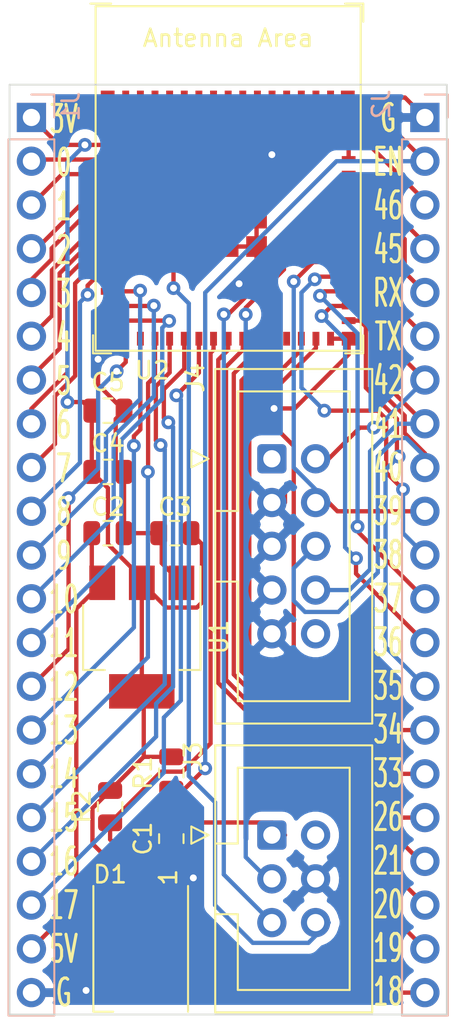
<source format=kicad_pcb>
(kicad_pcb (version 20171130) (host pcbnew "(5.1.6-0)")

  (general
    (thickness 1.6)
    (drawings 6)
    (tracks 387)
    (zones 0)
    (modules 14)
    (nets 42)
  )

  (page A4)
  (layers
    (0 F.Cu signal)
    (31 B.Cu signal)
    (32 B.Adhes user)
    (33 F.Adhes user)
    (34 B.Paste user)
    (35 F.Paste user)
    (36 B.SilkS user)
    (37 F.SilkS user)
    (38 B.Mask user)
    (39 F.Mask user)
    (40 Dwgs.User user)
    (41 Cmts.User user)
    (42 Eco1.User user)
    (43 Eco2.User user)
    (44 Edge.Cuts user)
    (45 Margin user)
    (46 B.CrtYd user)
    (47 F.CrtYd user)
    (48 B.Fab user hide)
    (49 F.Fab user hide)
  )

  (setup
    (last_trace_width 0.25)
    (trace_clearance 0.2)
    (zone_clearance 0.508)
    (zone_45_only no)
    (trace_min 0.2)
    (via_size 0.8)
    (via_drill 0.4)
    (via_min_size 0.4)
    (via_min_drill 0.3)
    (uvia_size 0.3)
    (uvia_drill 0.1)
    (uvias_allowed no)
    (uvia_min_size 0.2)
    (uvia_min_drill 0.1)
    (edge_width 0.05)
    (segment_width 0.2)
    (pcb_text_width 0.3)
    (pcb_text_size 1.5 1.5)
    (mod_edge_width 0.12)
    (mod_text_size 1 1)
    (mod_text_width 0.15)
    (pad_size 1.524 1.524)
    (pad_drill 0.762)
    (pad_to_mask_clearance 0.0508)
    (aux_axis_origin 0 0)
    (visible_elements FFFFFF7F)
    (pcbplotparams
      (layerselection 0x010fc_ffffffff)
      (usegerberextensions false)
      (usegerberattributes true)
      (usegerberadvancedattributes true)
      (creategerberjobfile true)
      (excludeedgelayer true)
      (linewidth 0.100000)
      (plotframeref false)
      (viasonmask false)
      (mode 1)
      (useauxorigin false)
      (hpglpennumber 1)
      (hpglpenspeed 20)
      (hpglpendiameter 15.000000)
      (psnegative false)
      (psa4output false)
      (plotreference true)
      (plotvalue true)
      (plotinvisibletext false)
      (padsonsilk false)
      (subtractmaskfromsilk false)
      (outputformat 1)
      (mirror false)
      (drillshape 0)
      (scaleselection 1)
      (outputdirectory "gerber"))
  )

  (net 0 "")
  (net 1 /RESET)
  (net 2 GND)
  (net 3 +5V)
  (net 4 +3V3)
  (net 5 /GPIO18)
  (net 6 /GPIO17)
  (net 7 /GPIO16)
  (net 8 /GPIO15)
  (net 9 /GPIO14)
  (net 10 /GPIO13)
  (net 11 /GPIO12)
  (net 12 /GPIO11)
  (net 13 /GPIO10)
  (net 14 /GPIO9)
  (net 15 /GPIO8)
  (net 16 /GPIO7)
  (net 17 /GPIO6)
  (net 18 /GPIO5)
  (net 19 /GPIO4)
  (net 20 /GPIO3)
  (net 21 /GPIO2)
  (net 22 /GPIO1)
  (net 23 /GPIO0)
  (net 24 /GPIO19)
  (net 25 /GPIO20)
  (net 26 /GPIO21)
  (net 27 /GPIO26)
  (net 28 /GPIO33)
  (net 29 /GPIO34)
  (net 30 /GPIO35)
  (net 31 /GPIO36)
  (net 32 /GPIO37)
  (net 33 /GPIO38)
  (net 34 /GPIO39)
  (net 35 /GPIO40)
  (net 36 /GPIO41)
  (net 37 /GPIO42)
  (net 38 /TX)
  (net 39 /RX)
  (net 40 /GPIO45)
  (net 41 /GPIO46)

  (net_class Default "This is the default net class."
    (clearance 0.2)
    (trace_width 0.25)
    (via_dia 0.8)
    (via_drill 0.4)
    (uvia_dia 0.3)
    (uvia_drill 0.1)
    (add_net +3V3)
    (add_net +5V)
    (add_net /GPIO0)
    (add_net /GPIO1)
    (add_net /GPIO10)
    (add_net /GPIO11)
    (add_net /GPIO12)
    (add_net /GPIO13)
    (add_net /GPIO14)
    (add_net /GPIO15)
    (add_net /GPIO16)
    (add_net /GPIO17)
    (add_net /GPIO18)
    (add_net /GPIO19)
    (add_net /GPIO2)
    (add_net /GPIO20)
    (add_net /GPIO21)
    (add_net /GPIO26)
    (add_net /GPIO3)
    (add_net /GPIO33)
    (add_net /GPIO34)
    (add_net /GPIO35)
    (add_net /GPIO36)
    (add_net /GPIO37)
    (add_net /GPIO38)
    (add_net /GPIO39)
    (add_net /GPIO4)
    (add_net /GPIO40)
    (add_net /GPIO41)
    (add_net /GPIO42)
    (add_net /GPIO45)
    (add_net /GPIO46)
    (add_net /GPIO5)
    (add_net /GPIO6)
    (add_net /GPIO7)
    (add_net /GPIO8)
    (add_net /GPIO9)
    (add_net /RESET)
    (add_net /RX)
    (add_net /TX)
    (add_net GND)
  )

  (module Package_TO_SOT_SMD:SOT-223-3_TabPin2 (layer F.Cu) (tedit 5A02FF57) (tstamp 61691292)
    (at 194.3735 101.2825 270)
    (descr "module CMS SOT223 4 pins")
    (tags "CMS SOT")
    (path /617352BA)
    (attr smd)
    (fp_text reference U1 (at 0 -4.5 90) (layer F.SilkS)
      (effects (font (size 1 1) (thickness 0.15)))
    )
    (fp_text value TC2117-3.3VDBTR (at 0 4.5 90) (layer F.Fab)
      (effects (font (size 1 1) (thickness 0.15)))
    )
    (fp_text user %R (at 0 0) (layer F.Fab)
      (effects (font (size 0.8 0.8) (thickness 0.12)))
    )
    (fp_line (start 1.91 3.41) (end 1.91 2.15) (layer F.SilkS) (width 0.12))
    (fp_line (start 1.91 -3.41) (end 1.91 -2.15) (layer F.SilkS) (width 0.12))
    (fp_line (start 4.4 -3.6) (end -4.4 -3.6) (layer F.CrtYd) (width 0.05))
    (fp_line (start 4.4 3.6) (end 4.4 -3.6) (layer F.CrtYd) (width 0.05))
    (fp_line (start -4.4 3.6) (end 4.4 3.6) (layer F.CrtYd) (width 0.05))
    (fp_line (start -4.4 -3.6) (end -4.4 3.6) (layer F.CrtYd) (width 0.05))
    (fp_line (start -1.85 -2.35) (end -0.85 -3.35) (layer F.Fab) (width 0.1))
    (fp_line (start -1.85 -2.35) (end -1.85 3.35) (layer F.Fab) (width 0.1))
    (fp_line (start -1.85 3.41) (end 1.91 3.41) (layer F.SilkS) (width 0.12))
    (fp_line (start -0.85 -3.35) (end 1.85 -3.35) (layer F.Fab) (width 0.1))
    (fp_line (start -4.1 -3.41) (end 1.91 -3.41) (layer F.SilkS) (width 0.12))
    (fp_line (start -1.85 3.35) (end 1.85 3.35) (layer F.Fab) (width 0.1))
    (fp_line (start 1.85 -3.35) (end 1.85 3.35) (layer F.Fab) (width 0.1))
    (pad 1 smd rect (at -3.15 -2.3 270) (size 2 1.5) (layers F.Cu F.Paste F.Mask)
      (net 2 GND))
    (pad 3 smd rect (at -3.15 2.3 270) (size 2 1.5) (layers F.Cu F.Paste F.Mask)
      (net 3 +5V))
    (pad 2 smd rect (at -3.15 0 270) (size 2 1.5) (layers F.Cu F.Paste F.Mask)
      (net 4 +3V3))
    (pad 2 smd rect (at 3.15 0 270) (size 2 3.8) (layers F.Cu F.Paste F.Mask)
      (net 4 +3V3))
    (model ${KISYS3DMOD}/Package_TO_SOT_SMD.3dshapes/SOT-223.wrl
      (at (xyz 0 0 0))
      (scale (xyz 1 1 1))
      (rotate (xyz 0 0 0))
    )
  )

  (module Espressif:ESP32-S2-MINI-1 (layer F.Cu) (tedit 60F56B8A) (tstamp 61691E70)
    (at 199.39 76.962)
    (descr "ESP32-S2-MINI-1 and ESP32-S2-MINI-1U: https://www.espressif.com/sites/default/files/documentation/esp32-s2-mini-1_esp32-s2-mini-1u_datasheet_en.pdf")
    (tags ESP32-S2)
    (path /616842B3)
    (attr smd)
    (fp_text reference U2 (at -4.4196 8.8392) (layer F.SilkS)
      (effects (font (size 1 1) (thickness 0.15)))
    )
    (fp_text value ESP32-S2-MINI-1 (at 0 9.4) (layer F.Fab)
      (effects (font (size 1 1) (thickness 0.15)))
    )
    (fp_text user "Antenna Area" (at 0 -10.45) (layer F.SilkS)
      (effects (font (size 1 1) (thickness 0.15)))
    )
    (fp_text user REF** (at 0 0) (layer F.Fab)
      (effects (font (size 1 1) (thickness 0.15)))
    )
    (fp_line (start 8 -12.6) (end -8 -12.6) (layer F.CrtYd) (width 0.12))
    (fp_line (start 8 8) (end 8 -12.6) (layer F.CrtYd) (width 0.12))
    (fp_line (start -8 8) (end 8 8) (layer F.CrtYd) (width 0.12))
    (fp_line (start -8 -12.6) (end -8 8) (layer F.CrtYd) (width 0.12))
    (fp_line (start 7.7 -12.3) (end 7.7 -7.7) (layer F.SilkS) (width 0.12))
    (fp_line (start -7.7 -12.3) (end -7.7 -7.7) (layer F.SilkS) (width 0.12))
    (fp_line (start 7.7 7.7) (end -7.7 7.7) (layer F.SilkS) (width 0.12))
    (fp_line (start 7.7 -7.7) (end 7.7 7.7) (layer F.SilkS) (width 0.12))
    (fp_line (start -7.7 -12.3) (end 7.7 -12.3) (layer F.SilkS) (width 0.12))
    (fp_line (start -7.7 7.7) (end -7.7 -7.7) (layer F.SilkS) (width 0.12))
    (fp_line (start -6.8 -12.45) (end -8 -12.45) (layer F.SilkS) (width 0.12))
    (fp_line (start -7.85 7.85) (end -7.85 6.8) (layer F.SilkS) (width 0.12))
    (fp_line (start -6.8 7.85) (end -7.85 7.85) (layer F.SilkS) (width 0.12))
    (fp_line (start 7.85 7.85) (end 7.85 6.8) (layer F.SilkS) (width 0.12))
    (fp_line (start 6.8 7.85) (end 7.85 7.85) (layer F.SilkS) (width 0.12))
    (fp_line (start 7.85 -12.45) (end 7.85 -11.4) (layer F.SilkS) (width 0.12))
    (fp_line (start 6.8 -12.45) (end 7.85 -12.45) (layer F.SilkS) (width 0.12))
    (fp_line (start 7.7 -7.7) (end -7.7 -7.7) (layer F.Fab) (width 0.15))
    (fp_line (start 7.7 7.7) (end 7.7 -7.7) (layer F.Fab) (width 0.15))
    (fp_line (start -7.7 7.7) (end 7.7 7.7) (layer F.Fab) (width 0.15))
    (fp_line (start -7.7 -7.7) (end -7.7 7.7) (layer F.Fab) (width 0.15))
    (pad 46 smd rect (at -1.65 1.65) (size 1.2 1.2) (layers F.Cu F.Paste F.Mask)
      (net 2 GND))
    (pad 46 smd rect (at 1.65 1.65) (size 1.2 1.2) (layers F.Cu F.Paste F.Mask)
      (net 2 GND))
    (pad 46 smd rect (at 1.65 -1.65) (size 1.2 1.2) (layers F.Cu F.Paste F.Mask)
      (net 2 GND))
    (pad 46 smd custom (at -1.65 -1.65) (size 0.6 0.6) (layers F.Cu F.Paste F.Mask)
      (net 2 GND) (zone_connect 0)
      (options (clearance outline) (anchor rect))
      (primitives
        (gr_poly (pts
           (xy -0.6 0.6) (xy 0.6 0.6) (xy 0.6 -0.6) (xy 0 -0.6) (xy -0.6 0)
) (width 0))
      ))
    (pad 46 smd rect (at 0 1.65) (size 1.2 1.2) (layers F.Cu F.Paste F.Mask)
      (net 2 GND))
    (pad 46 smd rect (at -1.65 0) (size 1.2 1.2) (layers F.Cu F.Paste F.Mask)
      (net 2 GND))
    (pad 46 smd rect (at 0 -1.65) (size 1.2 1.2) (layers F.Cu F.Paste F.Mask)
      (net 2 GND))
    (pad 46 smd rect (at 1.65 0) (size 1.2 1.2) (layers F.Cu F.Paste F.Mask)
      (net 2 GND))
    (pad 46 smd rect (at 0 0) (size 1.2 1.2) (layers F.Cu F.Paste F.Mask)
      (net 2 GND))
    (pad 46 smd rect (at 7 7 180) (size 0.8 0.8) (layers F.Cu F.Paste F.Mask)
      (net 2 GND))
    (pad 46 smd rect (at -7 7 180) (size 0.8 0.8) (layers F.Cu F.Paste F.Mask)
      (net 2 GND))
    (pad 46 smd rect (at 6.95 -7 180) (size 0.8 0.8) (layers F.Cu F.Paste F.Mask)
      (net 2 GND))
    (pad 46 smd rect (at -7 -7 180) (size 0.8 0.8) (layers F.Cu F.Paste F.Mask)
      (net 2 GND))
    (pad 46 smd rect (at -5.95 -7) (size 0.4 0.8) (layers F.Cu F.Paste F.Mask)
      (net 2 GND))
    (pad 46 smd rect (at -5.1 -7) (size 0.4 0.8) (layers F.Cu F.Paste F.Mask)
      (net 2 GND))
    (pad 46 smd rect (at -4.25 -7) (size 0.4 0.8) (layers F.Cu F.Paste F.Mask)
      (net 2 GND))
    (pad 46 smd rect (at -3.4 -7) (size 0.4 0.8) (layers F.Cu F.Paste F.Mask)
      (net 2 GND))
    (pad 46 smd rect (at -2.55 -7) (size 0.4 0.8) (layers F.Cu F.Paste F.Mask)
      (net 2 GND))
    (pad 46 smd rect (at -1.7 -7) (size 0.4 0.8) (layers F.Cu F.Paste F.Mask)
      (net 2 GND))
    (pad 46 smd rect (at -0.85 -7) (size 0.4 0.8) (layers F.Cu F.Paste F.Mask)
      (net 2 GND))
    (pad 46 smd rect (at 0 -7) (size 0.4 0.8) (layers F.Cu F.Paste F.Mask)
      (net 2 GND))
    (pad 46 smd rect (at 0.85 -7) (size 0.4 0.8) (layers F.Cu F.Paste F.Mask)
      (net 2 GND))
    (pad 46 smd rect (at 1.7 -7) (size 0.4 0.8) (layers F.Cu F.Paste F.Mask)
      (net 2 GND))
    (pad 46 smd rect (at 2.55 -7) (size 0.4 0.8) (layers F.Cu F.Paste F.Mask)
      (net 2 GND))
    (pad 46 smd rect (at 3.4 -7) (size 0.4 0.8) (layers F.Cu F.Paste F.Mask)
      (net 2 GND))
    (pad 46 smd rect (at 4.25 -7) (size 0.4 0.8) (layers F.Cu F.Paste F.Mask)
      (net 2 GND))
    (pad 46 smd rect (at 5.1 -7) (size 0.4 0.8) (layers F.Cu F.Paste F.Mask)
      (net 2 GND))
    (pad 46 smd rect (at 5.95 -7) (size 0.4 0.8) (layers F.Cu F.Paste F.Mask)
      (net 2 GND))
    (pad 45 smd rect (at 7 -5.95 90) (size 0.4 0.8) (layers F.Cu F.Paste F.Mask)
      (net 1 /RESET))
    (pad 44 smd rect (at 7 -5.1 90) (size 0.4 0.8) (layers F.Cu F.Paste F.Mask)
      (net 41 /GPIO46))
    (pad 43 smd rect (at 7 -4.25 90) (size 0.4 0.8) (layers F.Cu F.Paste F.Mask)
      (net 2 GND))
    (pad 42 smd rect (at 7 -3.4 90) (size 0.4 0.8) (layers F.Cu F.Paste F.Mask)
      (net 2 GND))
    (pad 41 smd rect (at 7 -2.55 90) (size 0.4 0.8) (layers F.Cu F.Paste F.Mask)
      (net 40 /GPIO45))
    (pad 40 smd rect (at 7 -1.7 90) (size 0.4 0.8) (layers F.Cu F.Paste F.Mask)
      (net 39 /RX))
    (pad 39 smd rect (at 7 -0.85 90) (size 0.4 0.8) (layers F.Cu F.Paste F.Mask)
      (net 38 /TX))
    (pad 38 smd rect (at 7 0 90) (size 0.4 0.8) (layers F.Cu F.Paste F.Mask)
      (net 37 /GPIO42))
    (pad 37 smd rect (at 7 0.85 90) (size 0.4 0.8) (layers F.Cu F.Paste F.Mask)
      (net 36 /GPIO41))
    (pad 36 smd rect (at 7 1.7 90) (size 0.4 0.8) (layers F.Cu F.Paste F.Mask)
      (net 35 /GPIO40))
    (pad 35 smd rect (at 7 2.55 90) (size 0.4 0.8) (layers F.Cu F.Paste F.Mask)
      (net 34 /GPIO39))
    (pad 34 smd rect (at 7 3.4 90) (size 0.4 0.8) (layers F.Cu F.Paste F.Mask)
      (net 33 /GPIO38))
    (pad 33 smd rect (at 7 4.25 90) (size 0.4 0.8) (layers F.Cu F.Paste F.Mask)
      (net 32 /GPIO37))
    (pad 32 smd rect (at 7 5.1 90) (size 0.4 0.8) (layers F.Cu F.Paste F.Mask)
      (net 31 /GPIO36))
    (pad 31 smd rect (at 7 5.95 90) (size 0.4 0.8) (layers F.Cu F.Paste F.Mask)
      (net 30 /GPIO35))
    (pad 30 smd rect (at 5.95 7) (size 0.4 0.8) (layers F.Cu F.Paste F.Mask)
      (net 2 GND))
    (pad 29 smd rect (at 5.1 7) (size 0.4 0.8) (layers F.Cu F.Paste F.Mask)
      (net 29 /GPIO34))
    (pad 28 smd rect (at 4.25 7) (size 0.4 0.8) (layers F.Cu F.Paste F.Mask)
      (net 28 /GPIO33))
    (pad 27 smd rect (at 3.4 7) (size 0.4 0.8) (layers F.Cu F.Paste F.Mask))
    (pad 26 smd rect (at 2.55 7) (size 0.4 0.8) (layers F.Cu F.Paste F.Mask)
      (net 27 /GPIO26))
    (pad 25 smd rect (at 1.7 7) (size 0.4 0.8) (layers F.Cu F.Paste F.Mask)
      (net 26 /GPIO21))
    (pad 24 smd rect (at 0.85 7) (size 0.4 0.8) (layers F.Cu F.Paste F.Mask)
      (net 25 /GPIO20))
    (pad 23 smd rect (at 0 7) (size 0.4 0.8) (layers F.Cu F.Paste F.Mask)
      (net 24 /GPIO19))
    (pad 22 smd rect (at -0.85 7) (size 0.4 0.8) (layers F.Cu F.Paste F.Mask)
      (net 5 /GPIO18))
    (pad 21 smd rect (at -1.7 7) (size 0.4 0.8) (layers F.Cu F.Paste F.Mask)
      (net 6 /GPIO17))
    (pad 20 smd rect (at -2.55 7) (size 0.4 0.8) (layers F.Cu F.Paste F.Mask)
      (net 7 /GPIO16))
    (pad 19 smd rect (at -3.4 7) (size 0.4 0.8) (layers F.Cu F.Paste F.Mask)
      (net 8 /GPIO15))
    (pad 18 smd rect (at -4.25 7) (size 0.4 0.8) (layers F.Cu F.Paste F.Mask)
      (net 9 /GPIO14))
    (pad 17 smd rect (at -5.1 7) (size 0.4 0.8) (layers F.Cu F.Paste F.Mask)
      (net 10 /GPIO13))
    (pad 16 smd rect (at -5.95 7) (size 0.4 0.8) (layers F.Cu F.Paste F.Mask)
      (net 11 /GPIO12))
    (pad 15 smd rect (at -7 5.95 90) (size 0.4 0.8) (layers F.Cu F.Paste F.Mask)
      (net 12 /GPIO11))
    (pad 14 smd rect (at -7 5.1 90) (size 0.4 0.8) (layers F.Cu F.Paste F.Mask)
      (net 13 /GPIO10))
    (pad 13 smd rect (at -7 4.25 90) (size 0.4 0.8) (layers F.Cu F.Paste F.Mask)
      (net 14 /GPIO9))
    (pad 12 smd rect (at -7 3.4 90) (size 0.4 0.8) (layers F.Cu F.Paste F.Mask)
      (net 15 /GPIO8))
    (pad 11 smd rect (at -7 2.55 90) (size 0.4 0.8) (layers F.Cu F.Paste F.Mask)
      (net 16 /GPIO7))
    (pad 10 smd rect (at -7 1.7 90) (size 0.4 0.8) (layers F.Cu F.Paste F.Mask)
      (net 17 /GPIO6))
    (pad 9 smd rect (at -7 0.85 90) (size 0.4 0.8) (layers F.Cu F.Paste F.Mask)
      (net 18 /GPIO5))
    (pad 8 smd rect (at -7 0 90) (size 0.4 0.8) (layers F.Cu F.Paste F.Mask)
      (net 19 /GPIO4))
    (pad 7 smd rect (at -7 -0.85 90) (size 0.4 0.8) (layers F.Cu F.Paste F.Mask)
      (net 20 /GPIO3))
    (pad 6 smd rect (at -7 -1.7 90) (size 0.4 0.8) (layers F.Cu F.Paste F.Mask)
      (net 21 /GPIO2))
    (pad 5 smd rect (at -7 -2.55 90) (size 0.4 0.8) (layers F.Cu F.Paste F.Mask)
      (net 22 /GPIO1))
    (pad 4 smd rect (at -7 -3.4 90) (size 0.4 0.8) (layers F.Cu F.Paste F.Mask)
      (net 23 /GPIO0))
    (pad 3 smd rect (at -7 -4.25 90) (size 0.4 0.8) (layers F.Cu F.Paste F.Mask)
      (net 4 +3V3))
    (pad 2 smd rect (at -7 -5.1 90) (size 0.4 0.8) (layers F.Cu F.Paste F.Mask)
      (net 2 GND))
    (pad 1 smd rect (at -7 -5.95 90) (size 0.4 0.8) (layers F.Cu F.Paste F.Mask)
      (net 2 GND))
    (model ${ESPRESSIF_3DMODELS}/ESP32-S2-MINI-1.STEP
      (offset (xyz -7.7 -7.7 0))
      (scale (xyz 1 1 1))
      (rotate (xyz 0 0 0))
    )
  )

  (module Resistor_SMD:R_0805_2012Metric (layer F.Cu) (tedit 5B36C52B) (tstamp 6168B3CB)
    (at 192.532 111.125 90)
    (descr "Resistor SMD 0805 (2012 Metric), square (rectangular) end terminal, IPC_7351 nominal, (Body size source: https://docs.google.com/spreadsheets/d/1BsfQQcO9C6DZCsRaXUlFlo91Tg2WpOkGARC1WS5S8t0/edit?usp=sharing), generated with kicad-footprint-generator")
    (tags resistor)
    (path /616B9C4E)
    (attr smd)
    (fp_text reference R2 (at 0 -1.65 90) (layer F.SilkS)
      (effects (font (size 1 1) (thickness 0.15)))
    )
    (fp_text value 10k (at 0 1.65 90) (layer F.Fab)
      (effects (font (size 1 1) (thickness 0.15)))
    )
    (fp_text user %R (at 0 0 90) (layer F.Fab)
      (effects (font (size 0.5 0.5) (thickness 0.08)))
    )
    (fp_line (start -1 0.6) (end -1 -0.6) (layer F.Fab) (width 0.1))
    (fp_line (start -1 -0.6) (end 1 -0.6) (layer F.Fab) (width 0.1))
    (fp_line (start 1 -0.6) (end 1 0.6) (layer F.Fab) (width 0.1))
    (fp_line (start 1 0.6) (end -1 0.6) (layer F.Fab) (width 0.1))
    (fp_line (start -0.258578 -0.71) (end 0.258578 -0.71) (layer F.SilkS) (width 0.12))
    (fp_line (start -0.258578 0.71) (end 0.258578 0.71) (layer F.SilkS) (width 0.12))
    (fp_line (start -1.68 0.95) (end -1.68 -0.95) (layer F.CrtYd) (width 0.05))
    (fp_line (start -1.68 -0.95) (end 1.68 -0.95) (layer F.CrtYd) (width 0.05))
    (fp_line (start 1.68 -0.95) (end 1.68 0.95) (layer F.CrtYd) (width 0.05))
    (fp_line (start 1.68 0.95) (end -1.68 0.95) (layer F.CrtYd) (width 0.05))
    (pad 2 smd roundrect (at 0.9375 0 90) (size 0.975 1.4) (layers F.Cu F.Paste F.Mask) (roundrect_rratio 0.25)
      (net 4 +3V3))
    (pad 1 smd roundrect (at -0.9375 0 90) (size 0.975 1.4) (layers F.Cu F.Paste F.Mask) (roundrect_rratio 0.25)
      (net 5 /GPIO18))
    (model ${KISYS3DMOD}/Resistor_SMD.3dshapes/R_0805_2012Metric.wrl
      (at (xyz 0 0 0))
      (scale (xyz 1 1 1))
      (rotate (xyz 0 0 0))
    )
  )

  (module Resistor_SMD:R_0805_2012Metric (layer F.Cu) (tedit 5B36C52B) (tstamp 6168B3BA)
    (at 196.088 109.1715 90)
    (descr "Resistor SMD 0805 (2012 Metric), square (rectangular) end terminal, IPC_7351 nominal, (Body size source: https://docs.google.com/spreadsheets/d/1BsfQQcO9C6DZCsRaXUlFlo91Tg2WpOkGARC1WS5S8t0/edit?usp=sharing), generated with kicad-footprint-generator")
    (tags resistor)
    (path /616A9AFE)
    (attr smd)
    (fp_text reference R1 (at 0 -1.65 90) (layer F.SilkS)
      (effects (font (size 1 1) (thickness 0.15)))
    )
    (fp_text value 10k (at 0 1.65 90) (layer F.Fab)
      (effects (font (size 1 1) (thickness 0.15)))
    )
    (fp_text user %R (at 0 0 90) (layer F.Fab)
      (effects (font (size 0.5 0.5) (thickness 0.08)))
    )
    (fp_line (start -1 0.6) (end -1 -0.6) (layer F.Fab) (width 0.1))
    (fp_line (start -1 -0.6) (end 1 -0.6) (layer F.Fab) (width 0.1))
    (fp_line (start 1 -0.6) (end 1 0.6) (layer F.Fab) (width 0.1))
    (fp_line (start 1 0.6) (end -1 0.6) (layer F.Fab) (width 0.1))
    (fp_line (start -0.258578 -0.71) (end 0.258578 -0.71) (layer F.SilkS) (width 0.12))
    (fp_line (start -0.258578 0.71) (end 0.258578 0.71) (layer F.SilkS) (width 0.12))
    (fp_line (start -1.68 0.95) (end -1.68 -0.95) (layer F.CrtYd) (width 0.05))
    (fp_line (start -1.68 -0.95) (end 1.68 -0.95) (layer F.CrtYd) (width 0.05))
    (fp_line (start 1.68 -0.95) (end 1.68 0.95) (layer F.CrtYd) (width 0.05))
    (fp_line (start 1.68 0.95) (end -1.68 0.95) (layer F.CrtYd) (width 0.05))
    (pad 2 smd roundrect (at 0.9375 0 90) (size 0.975 1.4) (layers F.Cu F.Paste F.Mask) (roundrect_rratio 0.25)
      (net 4 +3V3))
    (pad 1 smd roundrect (at -0.9375 0 90) (size 0.975 1.4) (layers F.Cu F.Paste F.Mask) (roundrect_rratio 0.25)
      (net 1 /RESET))
    (model ${KISYS3DMOD}/Resistor_SMD.3dshapes/R_0805_2012Metric.wrl
      (at (xyz 0 0 0))
      (scale (xyz 1 1 1))
      (rotate (xyz 0 0 0))
    )
  )

  (module Connector_IDC:IDC-Header_2x05_P2.54mm_Vertical (layer F.Cu) (tedit 5EAC9A07) (tstamp 6168B3A9)
    (at 201.93 90.932)
    (descr "Through hole IDC box header, 2x05, 2.54mm pitch, DIN 41651 / IEC 60603-13, double rows, https://docs.google.com/spreadsheets/d/16SsEcesNF15N3Lb4niX7dcUr-NY5_MFPQhobNuNppn4/edit#gid=0")
    (tags "Through hole vertical IDC box header THT 2x05 2.54mm double row")
    (path /616C7634)
    (fp_text reference J4 (at -4.445 -4.699 90) (layer F.SilkS)
      (effects (font (size 1 1) (thickness 0.15)))
    )
    (fp_text value Conn_02x05_Odd_Even (at 1.27 16.26) (layer F.Fab)
      (effects (font (size 1 1) (thickness 0.15)))
    )
    (fp_text user %R (at 1.27 5.08 90) (layer F.Fab)
      (effects (font (size 1 1) (thickness 0.15)))
    )
    (fp_line (start -3.18 -4.1) (end -2.18 -5.1) (layer F.Fab) (width 0.1))
    (fp_line (start -2.18 -5.1) (end 5.72 -5.1) (layer F.Fab) (width 0.1))
    (fp_line (start 5.72 -5.1) (end 5.72 15.26) (layer F.Fab) (width 0.1))
    (fp_line (start 5.72 15.26) (end -3.18 15.26) (layer F.Fab) (width 0.1))
    (fp_line (start -3.18 15.26) (end -3.18 -4.1) (layer F.Fab) (width 0.1))
    (fp_line (start -3.18 3.03) (end -1.98 3.03) (layer F.Fab) (width 0.1))
    (fp_line (start -1.98 3.03) (end -1.98 -3.91) (layer F.Fab) (width 0.1))
    (fp_line (start -1.98 -3.91) (end 4.52 -3.91) (layer F.Fab) (width 0.1))
    (fp_line (start 4.52 -3.91) (end 4.52 14.07) (layer F.Fab) (width 0.1))
    (fp_line (start 4.52 14.07) (end -1.98 14.07) (layer F.Fab) (width 0.1))
    (fp_line (start -1.98 14.07) (end -1.98 7.13) (layer F.Fab) (width 0.1))
    (fp_line (start -1.98 7.13) (end -1.98 7.13) (layer F.Fab) (width 0.1))
    (fp_line (start -1.98 7.13) (end -3.18 7.13) (layer F.Fab) (width 0.1))
    (fp_line (start -3.29 -5.21) (end 5.83 -5.21) (layer F.SilkS) (width 0.12))
    (fp_line (start 5.83 -5.21) (end 5.83 15.37) (layer F.SilkS) (width 0.12))
    (fp_line (start 5.83 15.37) (end -3.29 15.37) (layer F.SilkS) (width 0.12))
    (fp_line (start -3.29 15.37) (end -3.29 -5.21) (layer F.SilkS) (width 0.12))
    (fp_line (start -3.29 3.03) (end -1.98 3.03) (layer F.SilkS) (width 0.12))
    (fp_line (start -1.98 3.03) (end -1.98 -3.91) (layer F.SilkS) (width 0.12))
    (fp_line (start -1.98 -3.91) (end 4.52 -3.91) (layer F.SilkS) (width 0.12))
    (fp_line (start 4.52 -3.91) (end 4.52 14.07) (layer F.SilkS) (width 0.12))
    (fp_line (start 4.52 14.07) (end -1.98 14.07) (layer F.SilkS) (width 0.12))
    (fp_line (start -1.98 14.07) (end -1.98 7.13) (layer F.SilkS) (width 0.12))
    (fp_line (start -1.98 7.13) (end -1.98 7.13) (layer F.SilkS) (width 0.12))
    (fp_line (start -1.98 7.13) (end -3.29 7.13) (layer F.SilkS) (width 0.12))
    (fp_line (start -3.68 0) (end -4.68 -0.5) (layer F.SilkS) (width 0.12))
    (fp_line (start -4.68 -0.5) (end -4.68 0.5) (layer F.SilkS) (width 0.12))
    (fp_line (start -4.68 0.5) (end -3.68 0) (layer F.SilkS) (width 0.12))
    (fp_line (start -3.68 -5.6) (end -3.68 15.76) (layer F.CrtYd) (width 0.05))
    (fp_line (start -3.68 15.76) (end 6.22 15.76) (layer F.CrtYd) (width 0.05))
    (fp_line (start 6.22 15.76) (end 6.22 -5.6) (layer F.CrtYd) (width 0.05))
    (fp_line (start 6.22 -5.6) (end -3.68 -5.6) (layer F.CrtYd) (width 0.05))
    (pad 10 thru_hole circle (at 2.54 10.16) (size 1.7 1.7) (drill 1) (layers *.Cu *.Mask))
    (pad 8 thru_hole circle (at 2.54 7.62) (size 1.7 1.7) (drill 1) (layers *.Cu *.Mask)
      (net 36 /GPIO41))
    (pad 6 thru_hole circle (at 2.54 5.08) (size 1.7 1.7) (drill 1) (layers *.Cu *.Mask)
      (net 35 /GPIO40))
    (pad 4 thru_hole circle (at 2.54 2.54) (size 1.7 1.7) (drill 1) (layers *.Cu *.Mask)
      (net 34 /GPIO39))
    (pad 2 thru_hole circle (at 2.54 0) (size 1.7 1.7) (drill 1) (layers *.Cu *.Mask)
      (net 37 /GPIO42))
    (pad 9 thru_hole circle (at 0 10.16) (size 1.7 1.7) (drill 1) (layers *.Cu *.Mask)
      (net 2 GND))
    (pad 7 thru_hole circle (at 0 7.62) (size 1.7 1.7) (drill 1) (layers *.Cu *.Mask)
      (net 2 GND))
    (pad 5 thru_hole circle (at 0 5.08) (size 1.7 1.7) (drill 1) (layers *.Cu *.Mask)
      (net 2 GND))
    (pad 3 thru_hole circle (at 0 2.54) (size 1.7 1.7) (drill 1) (layers *.Cu *.Mask)
      (net 2 GND))
    (pad 1 thru_hole roundrect (at 0 0) (size 1.7 1.7) (drill 1) (layers *.Cu *.Mask) (roundrect_rratio 0.147059))
    (model ${KISYS3DMOD}/Connector_IDC.3dshapes/IDC-Header_2x05_P2.54mm_Vertical.wrl
      (at (xyz 0 0 0))
      (scale (xyz 1 1 1))
      (rotate (xyz 0 0 0))
    )
  )

  (module Connector_IDC:IDC-Header_2x03_P2.54mm_Vertical (layer F.Cu) (tedit 5EAC9A07) (tstamp 616939AC)
    (at 201.93 112.776)
    (descr "Through hole IDC box header, 2x03, 2.54mm pitch, DIN 41651 / IEC 60603-13, double rows, https://docs.google.com/spreadsheets/d/16SsEcesNF15N3Lb4niX7dcUr-NY5_MFPQhobNuNppn4/edit#gid=0")
    (tags "Through hole vertical IDC box header THT 2x03 2.54mm double row")
    (path /616C4AEC)
    (fp_text reference J3 (at -4.572 -4.572 90) (layer F.SilkS)
      (effects (font (size 1 1) (thickness 0.15)))
    )
    (fp_text value Conn_02x03_Odd_Even (at 1.27 11.18) (layer F.Fab)
      (effects (font (size 1 1) (thickness 0.15)))
    )
    (fp_text user %R (at 1.27 2.54 90) (layer F.Fab)
      (effects (font (size 1 1) (thickness 0.15)))
    )
    (fp_line (start -3.18 -4.1) (end -2.18 -5.1) (layer F.Fab) (width 0.1))
    (fp_line (start -2.18 -5.1) (end 5.72 -5.1) (layer F.Fab) (width 0.1))
    (fp_line (start 5.72 -5.1) (end 5.72 10.18) (layer F.Fab) (width 0.1))
    (fp_line (start 5.72 10.18) (end -3.18 10.18) (layer F.Fab) (width 0.1))
    (fp_line (start -3.18 10.18) (end -3.18 -4.1) (layer F.Fab) (width 0.1))
    (fp_line (start -3.18 0.49) (end -1.98 0.49) (layer F.Fab) (width 0.1))
    (fp_line (start -1.98 0.49) (end -1.98 -3.91) (layer F.Fab) (width 0.1))
    (fp_line (start -1.98 -3.91) (end 4.52 -3.91) (layer F.Fab) (width 0.1))
    (fp_line (start 4.52 -3.91) (end 4.52 8.99) (layer F.Fab) (width 0.1))
    (fp_line (start 4.52 8.99) (end -1.98 8.99) (layer F.Fab) (width 0.1))
    (fp_line (start -1.98 8.99) (end -1.98 4.59) (layer F.Fab) (width 0.1))
    (fp_line (start -1.98 4.59) (end -1.98 4.59) (layer F.Fab) (width 0.1))
    (fp_line (start -1.98 4.59) (end -3.18 4.59) (layer F.Fab) (width 0.1))
    (fp_line (start -3.29 -5.21) (end 5.83 -5.21) (layer F.SilkS) (width 0.12))
    (fp_line (start 5.83 -5.21) (end 5.83 10.29) (layer F.SilkS) (width 0.12))
    (fp_line (start 5.83 10.29) (end -3.29 10.29) (layer F.SilkS) (width 0.12))
    (fp_line (start -3.29 10.29) (end -3.29 -5.21) (layer F.SilkS) (width 0.12))
    (fp_line (start -3.29 0.49) (end -1.98 0.49) (layer F.SilkS) (width 0.12))
    (fp_line (start -1.98 0.49) (end -1.98 -3.91) (layer F.SilkS) (width 0.12))
    (fp_line (start -1.98 -3.91) (end 4.52 -3.91) (layer F.SilkS) (width 0.12))
    (fp_line (start 4.52 -3.91) (end 4.52 8.99) (layer F.SilkS) (width 0.12))
    (fp_line (start 4.52 8.99) (end -1.98 8.99) (layer F.SilkS) (width 0.12))
    (fp_line (start -1.98 8.99) (end -1.98 4.59) (layer F.SilkS) (width 0.12))
    (fp_line (start -1.98 4.59) (end -1.98 4.59) (layer F.SilkS) (width 0.12))
    (fp_line (start -1.98 4.59) (end -3.29 4.59) (layer F.SilkS) (width 0.12))
    (fp_line (start -3.68 0) (end -4.68 -0.5) (layer F.SilkS) (width 0.12))
    (fp_line (start -4.68 -0.5) (end -4.68 0.5) (layer F.SilkS) (width 0.12))
    (fp_line (start -4.68 0.5) (end -3.68 0) (layer F.SilkS) (width 0.12))
    (fp_line (start -3.68 -5.6) (end -3.68 10.69) (layer F.CrtYd) (width 0.05))
    (fp_line (start -3.68 10.69) (end 6.22 10.69) (layer F.CrtYd) (width 0.05))
    (fp_line (start 6.22 10.69) (end 6.22 -5.6) (layer F.CrtYd) (width 0.05))
    (fp_line (start 6.22 -5.6) (end -3.68 -5.6) (layer F.CrtYd) (width 0.05))
    (pad 6 thru_hole circle (at 2.54 5.08) (size 1.7 1.7) (drill 1) (layers *.Cu *.Mask)
      (net 23 /GPIO0))
    (pad 4 thru_hole circle (at 2.54 2.54) (size 1.7 1.7) (drill 1) (layers *.Cu *.Mask)
      (net 2 GND))
    (pad 2 thru_hole circle (at 2.54 0) (size 1.7 1.7) (drill 1) (layers *.Cu *.Mask))
    (pad 5 thru_hole circle (at 0 5.08) (size 1.7 1.7) (drill 1) (layers *.Cu *.Mask)
      (net 39 /RX))
    (pad 3 thru_hole circle (at 0 2.54) (size 1.7 1.7) (drill 1) (layers *.Cu *.Mask)
      (net 38 /TX))
    (pad 1 thru_hole roundrect (at 0 0) (size 1.7 1.7) (drill 1) (layers *.Cu *.Mask) (roundrect_rratio 0.147059)
      (net 1 /RESET))
    (model ${KISYS3DMOD}/Connector_IDC.3dshapes/IDC-Header_2x03_P2.54mm_Vertical.wrl
      (at (xyz 0 0 0))
      (scale (xyz 1 1 1))
      (rotate (xyz 0 0 0))
    )
  )

  (module Connector_PinHeader_2.54mm:PinHeader_1x21_P2.54mm_Vertical (layer B.Cu) (tedit 59FED5CC) (tstamp 6168B34F)
    (at 210.82 71.12 180)
    (descr "Through hole straight pin header, 1x21, 2.54mm pitch, single row")
    (tags "Through hole pin header THT 1x21 2.54mm single row")
    (path /61688075)
    (fp_text reference J2 (at 2.54 0.762 90) (layer B.SilkS)
      (effects (font (size 1 1) (thickness 0.15)) (justify mirror))
    )
    (fp_text value Conn_01x21 (at 0 -53.13) (layer B.Fab)
      (effects (font (size 1 1) (thickness 0.15)) (justify mirror))
    )
    (fp_text user %R (at 0 -25.4 270) (layer B.Fab)
      (effects (font (size 1 1) (thickness 0.15)) (justify mirror))
    )
    (fp_line (start -0.635 1.27) (end 1.27 1.27) (layer B.Fab) (width 0.1))
    (fp_line (start 1.27 1.27) (end 1.27 -52.07) (layer B.Fab) (width 0.1))
    (fp_line (start 1.27 -52.07) (end -1.27 -52.07) (layer B.Fab) (width 0.1))
    (fp_line (start -1.27 -52.07) (end -1.27 0.635) (layer B.Fab) (width 0.1))
    (fp_line (start -1.27 0.635) (end -0.635 1.27) (layer B.Fab) (width 0.1))
    (fp_line (start -1.33 -52.13) (end 1.33 -52.13) (layer B.SilkS) (width 0.12))
    (fp_line (start -1.33 -1.27) (end -1.33 -52.13) (layer B.SilkS) (width 0.12))
    (fp_line (start 1.33 -1.27) (end 1.33 -52.13) (layer B.SilkS) (width 0.12))
    (fp_line (start -1.33 -1.27) (end 1.33 -1.27) (layer B.SilkS) (width 0.12))
    (fp_line (start -1.33 0) (end -1.33 1.33) (layer B.SilkS) (width 0.12))
    (fp_line (start -1.33 1.33) (end 0 1.33) (layer B.SilkS) (width 0.12))
    (fp_line (start -1.8 1.8) (end -1.8 -52.6) (layer B.CrtYd) (width 0.05))
    (fp_line (start -1.8 -52.6) (end 1.8 -52.6) (layer B.CrtYd) (width 0.05))
    (fp_line (start 1.8 -52.6) (end 1.8 1.8) (layer B.CrtYd) (width 0.05))
    (fp_line (start 1.8 1.8) (end -1.8 1.8) (layer B.CrtYd) (width 0.05))
    (pad 21 thru_hole oval (at 0 -50.8 180) (size 1.7 1.7) (drill 1) (layers *.Cu *.Mask)
      (net 5 /GPIO18))
    (pad 20 thru_hole oval (at 0 -48.26 180) (size 1.7 1.7) (drill 1) (layers *.Cu *.Mask)
      (net 24 /GPIO19))
    (pad 19 thru_hole oval (at 0 -45.72 180) (size 1.7 1.7) (drill 1) (layers *.Cu *.Mask)
      (net 25 /GPIO20))
    (pad 18 thru_hole oval (at 0 -43.18 180) (size 1.7 1.7) (drill 1) (layers *.Cu *.Mask)
      (net 26 /GPIO21))
    (pad 17 thru_hole oval (at 0 -40.64 180) (size 1.7 1.7) (drill 1) (layers *.Cu *.Mask)
      (net 27 /GPIO26))
    (pad 16 thru_hole oval (at 0 -38.1 180) (size 1.7 1.7) (drill 1) (layers *.Cu *.Mask)
      (net 28 /GPIO33))
    (pad 15 thru_hole oval (at 0 -35.56 180) (size 1.7 1.7) (drill 1) (layers *.Cu *.Mask)
      (net 29 /GPIO34))
    (pad 14 thru_hole oval (at 0 -33.02 180) (size 1.7 1.7) (drill 1) (layers *.Cu *.Mask)
      (net 30 /GPIO35))
    (pad 13 thru_hole oval (at 0 -30.48 180) (size 1.7 1.7) (drill 1) (layers *.Cu *.Mask)
      (net 31 /GPIO36))
    (pad 12 thru_hole oval (at 0 -27.94 180) (size 1.7 1.7) (drill 1) (layers *.Cu *.Mask)
      (net 32 /GPIO37))
    (pad 11 thru_hole oval (at 0 -25.4 180) (size 1.7 1.7) (drill 1) (layers *.Cu *.Mask)
      (net 33 /GPIO38))
    (pad 10 thru_hole oval (at 0 -22.86 180) (size 1.7 1.7) (drill 1) (layers *.Cu *.Mask)
      (net 34 /GPIO39))
    (pad 9 thru_hole oval (at 0 -20.32 180) (size 1.7 1.7) (drill 1) (layers *.Cu *.Mask)
      (net 35 /GPIO40))
    (pad 8 thru_hole oval (at 0 -17.78 180) (size 1.7 1.7) (drill 1) (layers *.Cu *.Mask)
      (net 36 /GPIO41))
    (pad 7 thru_hole oval (at 0 -15.24 180) (size 1.7 1.7) (drill 1) (layers *.Cu *.Mask)
      (net 37 /GPIO42))
    (pad 6 thru_hole oval (at 0 -12.7 180) (size 1.7 1.7) (drill 1) (layers *.Cu *.Mask)
      (net 38 /TX))
    (pad 5 thru_hole oval (at 0 -10.16 180) (size 1.7 1.7) (drill 1) (layers *.Cu *.Mask)
      (net 39 /RX))
    (pad 4 thru_hole oval (at 0 -7.62 180) (size 1.7 1.7) (drill 1) (layers *.Cu *.Mask)
      (net 40 /GPIO45))
    (pad 3 thru_hole oval (at 0 -5.08 180) (size 1.7 1.7) (drill 1) (layers *.Cu *.Mask)
      (net 41 /GPIO46))
    (pad 2 thru_hole oval (at 0 -2.54 180) (size 1.7 1.7) (drill 1) (layers *.Cu *.Mask)
      (net 1 /RESET))
    (pad 1 thru_hole rect (at 0 0 180) (size 1.7 1.7) (drill 1) (layers *.Cu *.Mask)
      (net 2 GND))
    (model ${KISYS3DMOD}/Connector_PinHeader_2.54mm.3dshapes/PinHeader_1x21_P2.54mm_Vertical.wrl
      (at (xyz 0 0 0))
      (scale (xyz 1 1 1))
      (rotate (xyz 0 0 0))
    )
  )

  (module Connector_PinHeader_2.54mm:PinHeader_1x21_P2.54mm_Vertical (layer B.Cu) (tedit 59FED5CC) (tstamp 6168B326)
    (at 187.96 71.12 180)
    (descr "Through hole straight pin header, 1x21, 2.54mm pitch, single row")
    (tags "Through hole pin header THT 1x21 2.54mm single row")
    (path /616891E8)
    (fp_text reference J1 (at -2.286 0.635 90) (layer B.SilkS)
      (effects (font (size 1 1) (thickness 0.15)) (justify mirror))
    )
    (fp_text value Conn_01x21 (at 0 -53.13) (layer F.Fab)
      (effects (font (size 1 1) (thickness 0.15)))
    )
    (fp_text user %R (at 0 -25.4 -90) (layer F.Fab)
      (effects (font (size 1 1) (thickness 0.15)))
    )
    (fp_line (start -0.635 1.27) (end 1.27 1.27) (layer B.Fab) (width 0.1))
    (fp_line (start 1.27 1.27) (end 1.27 -52.07) (layer B.Fab) (width 0.1))
    (fp_line (start 1.27 -52.07) (end -1.27 -52.07) (layer B.Fab) (width 0.1))
    (fp_line (start -1.27 -52.07) (end -1.27 0.635) (layer B.Fab) (width 0.1))
    (fp_line (start -1.27 0.635) (end -0.635 1.27) (layer B.Fab) (width 0.1))
    (fp_line (start -1.33 -52.13) (end 1.33 -52.13) (layer B.SilkS) (width 0.12))
    (fp_line (start -1.33 -1.27) (end -1.33 -52.13) (layer B.SilkS) (width 0.12))
    (fp_line (start 1.33 -1.27) (end 1.33 -52.13) (layer B.SilkS) (width 0.12))
    (fp_line (start -1.33 -1.27) (end 1.33 -1.27) (layer B.SilkS) (width 0.12))
    (fp_line (start -1.33 0) (end -1.33 1.33) (layer B.SilkS) (width 0.12))
    (fp_line (start -1.33 1.33) (end 0 1.33) (layer B.SilkS) (width 0.12))
    (fp_line (start -1.8 1.8) (end -1.8 -52.6) (layer B.CrtYd) (width 0.05))
    (fp_line (start -1.8 -52.6) (end 1.8 -52.6) (layer B.CrtYd) (width 0.05))
    (fp_line (start 1.8 -52.6) (end 1.8 1.8) (layer B.CrtYd) (width 0.05))
    (fp_line (start 1.8 1.8) (end -1.8 1.8) (layer B.CrtYd) (width 0.05))
    (pad 21 thru_hole oval (at 0 -50.8 180) (size 1.7 1.7) (drill 1) (layers *.Cu *.Mask)
      (net 2 GND))
    (pad 20 thru_hole oval (at 0 -48.26 180) (size 1.7 1.7) (drill 1) (layers *.Cu *.Mask)
      (net 3 +5V))
    (pad 19 thru_hole oval (at 0 -45.72 180) (size 1.7 1.7) (drill 1) (layers *.Cu *.Mask)
      (net 6 /GPIO17))
    (pad 18 thru_hole oval (at 0 -43.18 180) (size 1.7 1.7) (drill 1) (layers *.Cu *.Mask)
      (net 7 /GPIO16))
    (pad 17 thru_hole oval (at 0 -40.64 180) (size 1.7 1.7) (drill 1) (layers *.Cu *.Mask)
      (net 8 /GPIO15))
    (pad 16 thru_hole oval (at 0 -38.1 180) (size 1.7 1.7) (drill 1) (layers *.Cu *.Mask)
      (net 9 /GPIO14))
    (pad 15 thru_hole oval (at 0 -35.56 180) (size 1.7 1.7) (drill 1) (layers *.Cu *.Mask)
      (net 10 /GPIO13))
    (pad 14 thru_hole oval (at 0 -33.02 180) (size 1.7 1.7) (drill 1) (layers *.Cu *.Mask)
      (net 11 /GPIO12))
    (pad 13 thru_hole oval (at 0 -30.48 180) (size 1.7 1.7) (drill 1) (layers *.Cu *.Mask)
      (net 12 /GPIO11))
    (pad 12 thru_hole oval (at 0 -27.94 180) (size 1.7 1.7) (drill 1) (layers *.Cu *.Mask)
      (net 13 /GPIO10))
    (pad 11 thru_hole oval (at 0 -25.4 180) (size 1.7 1.7) (drill 1) (layers *.Cu *.Mask)
      (net 14 /GPIO9))
    (pad 10 thru_hole oval (at 0 -22.86 180) (size 1.7 1.7) (drill 1) (layers *.Cu *.Mask)
      (net 15 /GPIO8))
    (pad 9 thru_hole oval (at 0 -20.32 180) (size 1.7 1.7) (drill 1) (layers *.Cu *.Mask)
      (net 16 /GPIO7))
    (pad 8 thru_hole oval (at 0 -17.78 180) (size 1.7 1.7) (drill 1) (layers *.Cu *.Mask)
      (net 17 /GPIO6))
    (pad 7 thru_hole oval (at 0 -15.24 180) (size 1.7 1.7) (drill 1) (layers *.Cu *.Mask)
      (net 18 /GPIO5))
    (pad 6 thru_hole oval (at 0 -12.7 180) (size 1.7 1.7) (drill 1) (layers *.Cu *.Mask)
      (net 19 /GPIO4))
    (pad 5 thru_hole oval (at 0 -10.16 180) (size 1.7 1.7) (drill 1) (layers *.Cu *.Mask)
      (net 20 /GPIO3))
    (pad 4 thru_hole oval (at 0 -7.62 180) (size 1.7 1.7) (drill 1) (layers *.Cu *.Mask)
      (net 21 /GPIO2))
    (pad 3 thru_hole oval (at 0 -5.08 180) (size 1.7 1.7) (drill 1) (layers *.Cu *.Mask)
      (net 22 /GPIO1))
    (pad 2 thru_hole oval (at 0 -2.54 180) (size 1.7 1.7) (drill 1) (layers *.Cu *.Mask)
      (net 23 /GPIO0))
    (pad 1 thru_hole rect (at 0 0 180) (size 1.7 1.7) (drill 1) (layers *.Cu *.Mask)
      (net 4 +3V3))
    (model ${KISYS3DMOD}/Connector_PinHeader_2.54mm.3dshapes/PinHeader_1x21_P2.54mm_Vertical.wrl
      (at (xyz 0 0 0))
      (scale (xyz 1 1 1))
      (rotate (xyz 0 0 0))
    )
  )

  (module LED_SMD:LED_WS2812B_PLCC4_5.0x5.0mm_P3.2mm (layer F.Cu) (tedit 5AA4B285) (tstamp 6168CE54)
    (at 194.31 119.38 270)
    (descr https://cdn-shop.adafruit.com/datasheets/WS2812B.pdf)
    (tags "LED RGB NeoPixel")
    (path /616B64F8)
    (attr smd)
    (fp_text reference D1 (at -4.318 1.778 180) (layer F.SilkS)
      (effects (font (size 1 1) (thickness 0.15)))
    )
    (fp_text value WS2812B (at 0 4 90) (layer F.Fab)
      (effects (font (size 1 1) (thickness 0.15)))
    )
    (fp_text user %R (at 0 0 90) (layer F.Fab)
      (effects (font (size 0.8 0.8) (thickness 0.15)))
    )
    (fp_text user 1 (at -4.15 -1.6 90) (layer F.SilkS)
      (effects (font (size 1 1) (thickness 0.15)))
    )
    (fp_line (start 3.45 -2.75) (end -3.45 -2.75) (layer F.CrtYd) (width 0.05))
    (fp_line (start 3.45 2.75) (end 3.45 -2.75) (layer F.CrtYd) (width 0.05))
    (fp_line (start -3.45 2.75) (end 3.45 2.75) (layer F.CrtYd) (width 0.05))
    (fp_line (start -3.45 -2.75) (end -3.45 2.75) (layer F.CrtYd) (width 0.05))
    (fp_line (start 2.5 1.5) (end 1.5 2.5) (layer F.Fab) (width 0.1))
    (fp_line (start -2.5 -2.5) (end -2.5 2.5) (layer F.Fab) (width 0.1))
    (fp_line (start -2.5 2.5) (end 2.5 2.5) (layer F.Fab) (width 0.1))
    (fp_line (start 2.5 2.5) (end 2.5 -2.5) (layer F.Fab) (width 0.1))
    (fp_line (start 2.5 -2.5) (end -2.5 -2.5) (layer F.Fab) (width 0.1))
    (fp_line (start -3.65 -2.75) (end 3.65 -2.75) (layer F.SilkS) (width 0.12))
    (fp_line (start -3.65 2.75) (end 3.65 2.75) (layer F.SilkS) (width 0.12))
    (fp_line (start 3.65 2.75) (end 3.65 1.6) (layer F.SilkS) (width 0.12))
    (fp_circle (center 0 0) (end 0 -2) (layer F.Fab) (width 0.1))
    (pad 1 smd rect (at -2.45 -1.6 270) (size 1.5 1) (layers F.Cu F.Paste F.Mask)
      (net 4 +3V3))
    (pad 2 smd rect (at -2.45 1.6 270) (size 1.5 1) (layers F.Cu F.Paste F.Mask))
    (pad 4 smd rect (at 2.45 -1.6 270) (size 1.5 1) (layers F.Cu F.Paste F.Mask)
      (net 5 /GPIO18))
    (pad 3 smd rect (at 2.45 1.6 270) (size 1.5 1) (layers F.Cu F.Paste F.Mask)
      (net 2 GND))
    (model ${KISYS3DMOD}/LED_SMD.3dshapes/LED_WS2812B_PLCC4_5.0x5.0mm_P3.2mm.wrl
      (at (xyz 0 0 0))
      (scale (xyz 1 1 1))
      (rotate (xyz 0 0 0))
    )
  )

  (module Capacitor_SMD:C_0805_2012Metric (layer F.Cu) (tedit 5B36C52B) (tstamp 6168D171)
    (at 192.405 88.138)
    (descr "Capacitor SMD 0805 (2012 Metric), square (rectangular) end terminal, IPC_7351 nominal, (Body size source: https://docs.google.com/spreadsheets/d/1BsfQQcO9C6DZCsRaXUlFlo91Tg2WpOkGARC1WS5S8t0/edit?usp=sharing), generated with kicad-footprint-generator")
    (tags capacitor)
    (path /616A36DE)
    (attr smd)
    (fp_text reference C5 (at 0 -1.65) (layer F.SilkS)
      (effects (font (size 1 1) (thickness 0.15)))
    )
    (fp_text value 0.1uF (at 0 1.65) (layer F.Fab)
      (effects (font (size 1 1) (thickness 0.15)))
    )
    (fp_text user %R (at 0 0) (layer F.Fab)
      (effects (font (size 0.5 0.5) (thickness 0.08)))
    )
    (fp_line (start -1 0.6) (end -1 -0.6) (layer F.Fab) (width 0.1))
    (fp_line (start -1 -0.6) (end 1 -0.6) (layer F.Fab) (width 0.1))
    (fp_line (start 1 -0.6) (end 1 0.6) (layer F.Fab) (width 0.1))
    (fp_line (start 1 0.6) (end -1 0.6) (layer F.Fab) (width 0.1))
    (fp_line (start -0.258578 -0.71) (end 0.258578 -0.71) (layer F.SilkS) (width 0.12))
    (fp_line (start -0.258578 0.71) (end 0.258578 0.71) (layer F.SilkS) (width 0.12))
    (fp_line (start -1.68 0.95) (end -1.68 -0.95) (layer F.CrtYd) (width 0.05))
    (fp_line (start -1.68 -0.95) (end 1.68 -0.95) (layer F.CrtYd) (width 0.05))
    (fp_line (start 1.68 -0.95) (end 1.68 0.95) (layer F.CrtYd) (width 0.05))
    (fp_line (start 1.68 0.95) (end -1.68 0.95) (layer F.CrtYd) (width 0.05))
    (pad 2 smd roundrect (at 0.9375 0) (size 0.975 1.4) (layers F.Cu F.Paste F.Mask) (roundrect_rratio 0.25)
      (net 2 GND))
    (pad 1 smd roundrect (at -0.9375 0) (size 0.975 1.4) (layers F.Cu F.Paste F.Mask) (roundrect_rratio 0.25)
      (net 4 +3V3))
    (model ${KISYS3DMOD}/Capacitor_SMD.3dshapes/C_0805_2012Metric.wrl
      (at (xyz 0 0 0))
      (scale (xyz 1 1 1))
      (rotate (xyz 0 0 0))
    )
  )

  (module Capacitor_SMD:C_0805_2012Metric (layer F.Cu) (tedit 5B36C52B) (tstamp 6168B2D5)
    (at 192.405 91.694 180)
    (descr "Capacitor SMD 0805 (2012 Metric), square (rectangular) end terminal, IPC_7351 nominal, (Body size source: https://docs.google.com/spreadsheets/d/1BsfQQcO9C6DZCsRaXUlFlo91Tg2WpOkGARC1WS5S8t0/edit?usp=sharing), generated with kicad-footprint-generator")
    (tags capacitor)
    (path /616A4697)
    (attr smd)
    (fp_text reference C4 (at 0 1.651) (layer F.SilkS)
      (effects (font (size 1 1) (thickness 0.15)))
    )
    (fp_text value 22uF (at 0 1.65) (layer F.Fab)
      (effects (font (size 1 1) (thickness 0.15)))
    )
    (fp_text user %R (at 0 0) (layer F.Fab)
      (effects (font (size 0.5 0.5) (thickness 0.08)))
    )
    (fp_line (start -1 0.6) (end -1 -0.6) (layer F.Fab) (width 0.1))
    (fp_line (start -1 -0.6) (end 1 -0.6) (layer F.Fab) (width 0.1))
    (fp_line (start 1 -0.6) (end 1 0.6) (layer F.Fab) (width 0.1))
    (fp_line (start 1 0.6) (end -1 0.6) (layer F.Fab) (width 0.1))
    (fp_line (start -0.258578 -0.71) (end 0.258578 -0.71) (layer F.SilkS) (width 0.12))
    (fp_line (start -0.258578 0.71) (end 0.258578 0.71) (layer F.SilkS) (width 0.12))
    (fp_line (start -1.68 0.95) (end -1.68 -0.95) (layer F.CrtYd) (width 0.05))
    (fp_line (start -1.68 -0.95) (end 1.68 -0.95) (layer F.CrtYd) (width 0.05))
    (fp_line (start 1.68 -0.95) (end 1.68 0.95) (layer F.CrtYd) (width 0.05))
    (fp_line (start 1.68 0.95) (end -1.68 0.95) (layer F.CrtYd) (width 0.05))
    (pad 2 smd roundrect (at 0.9375 0 180) (size 0.975 1.4) (layers F.Cu F.Paste F.Mask) (roundrect_rratio 0.25)
      (net 4 +3V3))
    (pad 1 smd roundrect (at -0.9375 0 180) (size 0.975 1.4) (layers F.Cu F.Paste F.Mask) (roundrect_rratio 0.25)
      (net 2 GND))
    (model ${KISYS3DMOD}/Capacitor_SMD.3dshapes/C_0805_2012Metric.wrl
      (at (xyz 0 0 0))
      (scale (xyz 1 1 1))
      (rotate (xyz 0 0 0))
    )
  )

  (module Capacitor_SMD:C_0805_2012Metric (layer F.Cu) (tedit 5B36C52B) (tstamp 6168B2C4)
    (at 196.2935 95.25 180)
    (descr "Capacitor SMD 0805 (2012 Metric), square (rectangular) end terminal, IPC_7351 nominal, (Body size source: https://docs.google.com/spreadsheets/d/1BsfQQcO9C6DZCsRaXUlFlo91Tg2WpOkGARC1WS5S8t0/edit?usp=sharing), generated with kicad-footprint-generator")
    (tags capacitor)
    (path /616AEA67)
    (attr smd)
    (fp_text reference C3 (at 0 1.524) (layer F.SilkS)
      (effects (font (size 1 1) (thickness 0.15)))
    )
    (fp_text value 4.7uF (at 0 1.65) (layer F.Fab)
      (effects (font (size 1 1) (thickness 0.15)))
    )
    (fp_text user %R (at 0 0) (layer F.Fab)
      (effects (font (size 0.5 0.5) (thickness 0.08)))
    )
    (fp_line (start -1 0.6) (end -1 -0.6) (layer F.Fab) (width 0.1))
    (fp_line (start -1 -0.6) (end 1 -0.6) (layer F.Fab) (width 0.1))
    (fp_line (start 1 -0.6) (end 1 0.6) (layer F.Fab) (width 0.1))
    (fp_line (start 1 0.6) (end -1 0.6) (layer F.Fab) (width 0.1))
    (fp_line (start -0.258578 -0.71) (end 0.258578 -0.71) (layer F.SilkS) (width 0.12))
    (fp_line (start -0.258578 0.71) (end 0.258578 0.71) (layer F.SilkS) (width 0.12))
    (fp_line (start -1.68 0.95) (end -1.68 -0.95) (layer F.CrtYd) (width 0.05))
    (fp_line (start -1.68 -0.95) (end 1.68 -0.95) (layer F.CrtYd) (width 0.05))
    (fp_line (start 1.68 -0.95) (end 1.68 0.95) (layer F.CrtYd) (width 0.05))
    (fp_line (start 1.68 0.95) (end -1.68 0.95) (layer F.CrtYd) (width 0.05))
    (pad 2 smd roundrect (at 0.9375 0 180) (size 0.975 1.4) (layers F.Cu F.Paste F.Mask) (roundrect_rratio 0.25)
      (net 2 GND))
    (pad 1 smd roundrect (at -0.9375 0 180) (size 0.975 1.4) (layers F.Cu F.Paste F.Mask) (roundrect_rratio 0.25)
      (net 4 +3V3))
    (model ${KISYS3DMOD}/Capacitor_SMD.3dshapes/C_0805_2012Metric.wrl
      (at (xyz 0 0 0))
      (scale (xyz 1 1 1))
      (rotate (xyz 0 0 0))
    )
  )

  (module Capacitor_SMD:C_0805_2012Metric (layer F.Cu) (tedit 5B36C52B) (tstamp 61691654)
    (at 192.405 95.25 180)
    (descr "Capacitor SMD 0805 (2012 Metric), square (rectangular) end terminal, IPC_7351 nominal, (Body size source: https://docs.google.com/spreadsheets/d/1BsfQQcO9C6DZCsRaXUlFlo91Tg2WpOkGARC1WS5S8t0/edit?usp=sharing), generated with kicad-footprint-generator")
    (tags capacitor)
    (path /616AF9C2)
    (attr smd)
    (fp_text reference C2 (at 0 1.524) (layer F.SilkS)
      (effects (font (size 1 1) (thickness 0.15)))
    )
    (fp_text value 4.7uF (at 0 1.65) (layer F.Fab)
      (effects (font (size 1 1) (thickness 0.15)))
    )
    (fp_text user %R (at 0 0) (layer F.Fab)
      (effects (font (size 0.5 0.5) (thickness 0.08)))
    )
    (fp_line (start -1 0.6) (end -1 -0.6) (layer F.Fab) (width 0.1))
    (fp_line (start -1 -0.6) (end 1 -0.6) (layer F.Fab) (width 0.1))
    (fp_line (start 1 -0.6) (end 1 0.6) (layer F.Fab) (width 0.1))
    (fp_line (start 1 0.6) (end -1 0.6) (layer F.Fab) (width 0.1))
    (fp_line (start -0.258578 -0.71) (end 0.258578 -0.71) (layer F.SilkS) (width 0.12))
    (fp_line (start -0.258578 0.71) (end 0.258578 0.71) (layer F.SilkS) (width 0.12))
    (fp_line (start -1.68 0.95) (end -1.68 -0.95) (layer F.CrtYd) (width 0.05))
    (fp_line (start -1.68 -0.95) (end 1.68 -0.95) (layer F.CrtYd) (width 0.05))
    (fp_line (start 1.68 -0.95) (end 1.68 0.95) (layer F.CrtYd) (width 0.05))
    (fp_line (start 1.68 0.95) (end -1.68 0.95) (layer F.CrtYd) (width 0.05))
    (pad 2 smd roundrect (at 0.9375 0 180) (size 0.975 1.4) (layers F.Cu F.Paste F.Mask) (roundrect_rratio 0.25)
      (net 3 +5V))
    (pad 1 smd roundrect (at -0.9375 0 180) (size 0.975 1.4) (layers F.Cu F.Paste F.Mask) (roundrect_rratio 0.25)
      (net 2 GND))
    (model ${KISYS3DMOD}/Capacitor_SMD.3dshapes/C_0805_2012Metric.wrl
      (at (xyz 0 0 0))
      (scale (xyz 1 1 1))
      (rotate (xyz 0 0 0))
    )
  )

  (module Capacitor_SMD:C_0805_2012Metric (layer F.Cu) (tedit 5B36C52B) (tstamp 6168CA42)
    (at 196.088 112.9815 90)
    (descr "Capacitor SMD 0805 (2012 Metric), square (rectangular) end terminal, IPC_7351 nominal, (Body size source: https://docs.google.com/spreadsheets/d/1BsfQQcO9C6DZCsRaXUlFlo91Tg2WpOkGARC1WS5S8t0/edit?usp=sharing), generated with kicad-footprint-generator")
    (tags capacitor)
    (path /616A6EF3)
    (attr smd)
    (fp_text reference C1 (at 0 -1.65 90) (layer F.SilkS)
      (effects (font (size 1 1) (thickness 0.15)))
    )
    (fp_text value 1uF (at 0 1.65 90) (layer F.Fab)
      (effects (font (size 1 1) (thickness 0.15)))
    )
    (fp_text user %R (at 0 0 90) (layer F.Fab)
      (effects (font (size 0.5 0.5) (thickness 0.08)))
    )
    (fp_line (start -1 0.6) (end -1 -0.6) (layer F.Fab) (width 0.1))
    (fp_line (start -1 -0.6) (end 1 -0.6) (layer F.Fab) (width 0.1))
    (fp_line (start 1 -0.6) (end 1 0.6) (layer F.Fab) (width 0.1))
    (fp_line (start 1 0.6) (end -1 0.6) (layer F.Fab) (width 0.1))
    (fp_line (start -0.258578 -0.71) (end 0.258578 -0.71) (layer F.SilkS) (width 0.12))
    (fp_line (start -0.258578 0.71) (end 0.258578 0.71) (layer F.SilkS) (width 0.12))
    (fp_line (start -1.68 0.95) (end -1.68 -0.95) (layer F.CrtYd) (width 0.05))
    (fp_line (start -1.68 -0.95) (end 1.68 -0.95) (layer F.CrtYd) (width 0.05))
    (fp_line (start 1.68 -0.95) (end 1.68 0.95) (layer F.CrtYd) (width 0.05))
    (fp_line (start 1.68 0.95) (end -1.68 0.95) (layer F.CrtYd) (width 0.05))
    (pad 2 smd roundrect (at 0.9375 0 90) (size 0.975 1.4) (layers F.Cu F.Paste F.Mask) (roundrect_rratio 0.25)
      (net 1 /RESET))
    (pad 1 smd roundrect (at -0.9375 0 90) (size 0.975 1.4) (layers F.Cu F.Paste F.Mask) (roundrect_rratio 0.25)
      (net 2 GND))
    (model ${KISYS3DMOD}/Capacitor_SMD.3dshapes/C_0805_2012Metric.wrl
      (at (xyz 0 0 0))
      (scale (xyz 1 1 1))
      (rotate (xyz 0 0 0))
    )
  )

  (gr_text "G\nEN\n46\n45\nRX\nTX\n42\n41\n40\n39\n38\n37\n36\n35\n34\n33\n26\n21\n20\n19\n18" (at 208.6864 96.52) (layer F.SilkS) (tstamp 6169473B)
    (effects (font (size 1.5748 0.889) (thickness 0.1778)))
  )
  (gr_text "3V\n0\n1\n2\n3\n4\n5\n6\n7\n8\n9\n10\n11\n12\n13\n14\n15\n16\n17\n5V\nG" (at 189.8396 96.5708) (layer F.SilkS) (tstamp 6168FC55)
    (effects (font (size 1.5748 0.889) (thickness 0.1778)))
  )
  (gr_line (start 212.09 69.215) (end 212.09 123.19) (layer Edge.Cuts) (width 0.1))
  (gr_line (start 186.69 69.215) (end 212.09 69.215) (layer Edge.Cuts) (width 0.1))
  (gr_line (start 186.69 123.19) (end 186.69 69.215) (layer Edge.Cuts) (width 0.1))
  (gr_line (start 212.09 123.19) (end 186.69 123.19) (layer Edge.Cuts) (width 0.1))

  (segment (start 196.088 110.109) (end 196.088 112.044) (width 0.25) (layer F.Cu) (net 1))
  (segment (start 201.96 112.044) (end 202.692 112.776) (width 0.25) (layer F.Cu) (net 1))
  (segment (start 196.088 112.044) (end 201.96 112.044) (width 0.25) (layer F.Cu) (net 1))
  (segment (start 208.172 71.012) (end 210.82 73.66) (width 0.25) (layer F.Cu) (net 1))
  (segment (start 206.39 71.012) (end 208.172 71.012) (width 0.25) (layer F.Cu) (net 1))
  (via (at 198.0565 108.9025) (size 0.8) (drill 0.4) (layers F.Cu B.Cu) (net 1))
  (segment (start 196.85 110.109) (end 198.0565 108.9025) (width 0.25) (layer F.Cu) (net 1))
  (segment (start 196.088 110.109) (end 196.85 110.109) (width 0.25) (layer F.Cu) (net 1))
  (segment (start 210.82 73.66) (end 205.682998 73.66) (width 0.25) (layer B.Cu) (net 1))
  (segment (start 205.682998 73.66) (end 198.0565 81.286498) (width 0.25) (layer B.Cu) (net 1))
  (segment (start 198.0565 81.286498) (end 198.0565 108.9025) (width 0.25) (layer B.Cu) (net 1))
  (segment (start 193.3425 91.694) (end 193.3425 95.25) (width 0.25) (layer F.Cu) (net 2))
  (segment (start 193.3425 95.25) (end 193.421 95.25) (width 0.25) (layer F.Cu) (net 2))
  (segment (start 192.39 71.862) (end 192.39 69.962) (width 0.25) (layer F.Cu) (net 2))
  (segment (start 192.39 69.962) (end 206.34 69.962) (width 0.25) (layer F.Cu) (net 2))
  (segment (start 199.39 69.962) (end 199.39 78.612) (width 0.25) (layer F.Cu) (net 2))
  (segment (start 199.39 75.312) (end 197.74 75.312) (width 0.25) (layer F.Cu) (net 2))
  (segment (start 197.74 75.312) (end 197.74 78.612) (width 0.25) (layer F.Cu) (net 2))
  (segment (start 197.74 78.612) (end 201.04 78.612) (width 0.25) (layer F.Cu) (net 2))
  (segment (start 201.04 75.312) (end 199.39 75.312) (width 0.25) (layer F.Cu) (net 2))
  (segment (start 201.04 76.962) (end 197.74 76.962) (width 0.25) (layer F.Cu) (net 2))
  (segment (start 205.74 72.712) (end 206.39 72.712) (width 0.25) (layer F.Cu) (net 2))
  (segment (start 205.34 72.312) (end 205.74 72.712) (width 0.25) (layer F.Cu) (net 2))
  (segment (start 205.34 69.962) (end 205.34 72.312) (width 0.25) (layer F.Cu) (net 2))
  (segment (start 206.39 72.712) (end 206.39 73.562) (width 0.25) (layer F.Cu) (net 2))
  (via (at 191.135 121.793) (size 0.8) (drill 0.4) (layers F.Cu B.Cu) (net 2))
  (segment (start 191.172 121.83) (end 191.135 121.793) (width 0.25) (layer F.Cu) (net 2))
  (segment (start 192.71 121.83) (end 191.172 121.83) (width 0.25) (layer F.Cu) (net 2))
  (segment (start 206.39 83.962) (end 205.34 83.962) (width 0.25) (layer F.Cu) (net 2))
  (segment (start 206.39 83.835) (end 206.39 83.962) (width 0.25) (layer F.Cu) (net 2))
  (segment (start 192.856973 88.623527) (end 192.856973 91.208473) (width 0.25) (layer F.Cu) (net 2))
  (segment (start 192.856973 91.208473) (end 193.3425 91.694) (width 0.25) (layer F.Cu) (net 2))
  (segment (start 193.3425 88.138) (end 192.856973 88.623527) (width 0.25) (layer F.Cu) (net 2))
  (segment (start 196.088 113.919) (end 197.366011 115.197011) (width 0.25) (layer F.Cu) (net 2))
  (segment (start 197.366011 115.197011) (end 197.366011 115.260041) (width 0.25) (layer F.Cu) (net 2))
  (via (at 197.366011 115.260041) (size 0.8) (drill 0.4) (layers F.Cu B.Cu) (net 2) (tstamp 61691897))
  (segment (start 202.692 92.94519) (end 202.692 93.472) (width 0.25) (layer F.Cu) (net 2))
  (segment (start 201.04 75.312) (end 201.04 75.566) (width 0.25) (layer F.Cu) (net 2))
  (segment (start 201.04 78.612) (end 201.04 75.566) (width 0.25) (layer F.Cu) (net 2))
  (segment (start 201.04 74.169) (end 201.93 73.279) (width 0.25) (layer F.Cu) (net 2))
  (via (at 201.93 73.279) (size 0.8) (drill 0.4) (layers F.Cu B.Cu) (net 2))
  (segment (start 201.04 75.312) (end 201.04 74.169) (width 0.25) (layer F.Cu) (net 2))
  (segment (start 193.3425 95.25) (end 195.5315 95.25) (width 0.25) (layer F.Cu) (net 2))
  (segment (start 195.5315 96.9905) (end 196.6735 98.1325) (width 0.25) (layer F.Cu) (net 2))
  (segment (start 195.5315 95.25) (end 195.5315 96.9905) (width 0.25) (layer F.Cu) (net 2))
  (via (at 191.8335 85.1535) (size 0.8) (drill 0.4) (layers F.Cu B.Cu) (net 2))
  (segment (start 193.3425 88.138) (end 191.8335 86.629) (width 0.25) (layer F.Cu) (net 2))
  (segment (start 191.8335 86.629) (end 191.8335 85.1535) (width 0.25) (layer F.Cu) (net 2))
  (segment (start 192.39 83.962) (end 192.39 84.597) (width 0.25) (layer F.Cu) (net 2))
  (segment (start 192.39 84.597) (end 191.8335 85.1535) (width 0.25) (layer F.Cu) (net 2))
  (via (at 202.057 88.011) (size 0.8) (drill 0.4) (layers F.Cu B.Cu) (net 2))
  (segment (start 206.39 83.962) (end 206.39 84.878687) (width 0.25) (layer F.Cu) (net 2))
  (segment (start 203.257687 88.011) (end 202.057 88.011) (width 0.25) (layer F.Cu) (net 2))
  (segment (start 206.39 84.878687) (end 203.257687 88.011) (width 0.25) (layer F.Cu) (net 2))
  (segment (start 201.04 79.376) (end 201.04 78.612) (width 0.25) (layer F.Cu) (net 2))
  (segment (start 200.025 80.772) (end 201.04 79.376) (width 0.25) (layer F.Cu) (net 2))
  (via (at 200.025 80.772) (size 0.8) (drill 0.4) (layers F.Cu B.Cu) (net 2))
  (segment (start 209.662 69.962) (end 210.82 71.12) (width 0.25) (layer F.Cu) (net 2))
  (segment (start 206.34 69.962) (end 209.662 69.962) (width 0.25) (layer F.Cu) (net 2))
  (segment (start 190.569009 99.636991) (end 192.0735 98.1325) (width 0.25) (layer F.Cu) (net 3))
  (segment (start 190.569009 116.770991) (end 190.569009 99.636991) (width 0.25) (layer F.Cu) (net 3))
  (segment (start 187.96 119.38) (end 190.569009 116.770991) (width 0.25) (layer F.Cu) (net 3))
  (segment (start 191.4675 97.5265) (end 192.0735 98.1325) (width 0.25) (layer F.Cu) (net 3))
  (segment (start 191.4675 95.25) (end 191.4675 97.5265) (width 0.25) (layer F.Cu) (net 3))
  (segment (start 189.552 72.712) (end 187.96 71.12) (width 0.25) (layer F.Cu) (net 4))
  (segment (start 191.4675 91.694) (end 191.4675 88.138) (width 0.25) (layer F.Cu) (net 4))
  (via (at 191.067 72.712) (size 0.8) (drill 0.4) (layers F.Cu B.Cu) (net 4))
  (segment (start 191.067 72.712) (end 189.552 72.712) (width 0.25) (layer F.Cu) (net 4))
  (segment (start 192.39 72.712) (end 191.067 72.712) (width 0.25) (layer F.Cu) (net 4))
  (segment (start 194.4855 108.234) (end 192.532 110.1875) (width 0.25) (layer F.Cu) (net 4))
  (segment (start 196.088 108.234) (end 194.4855 108.234) (width 0.25) (layer F.Cu) (net 4))
  (segment (start 191.50699 111.21251) (end 192.532 110.1875) (width 0.25) (layer F.Cu) (net 4))
  (segment (start 191.50699 113.27699) (end 191.50699 111.21251) (width 0.25) (layer F.Cu) (net 4))
  (segment (start 195.16 116.93) (end 191.50699 113.27699) (width 0.25) (layer F.Cu) (net 4))
  (segment (start 195.91 116.93) (end 195.16 116.93) (width 0.25) (layer F.Cu) (net 4))
  (segment (start 191.067 72.712) (end 190.055491 73.723509) (width 0.25) (layer B.Cu) (net 4))
  (segment (start 190.055491 73.723509) (end 190.055491 87.640944) (width 0.25) (layer B.Cu) (net 4))
  (via (at 190.055491 87.640944) (size 0.8) (drill 0.4) (layers F.Cu B.Cu) (net 4))
  (segment (start 191.4675 88.138) (end 190.970444 87.640944) (width 0.25) (layer F.Cu) (net 4))
  (segment (start 190.970444 87.640944) (end 190.055491 87.640944) (width 0.25) (layer F.Cu) (net 4))
  (segment (start 194.4855 104.5445) (end 194.3735 104.4325) (width 0.25) (layer F.Cu) (net 4))
  (segment (start 194.4855 108.234) (end 194.4855 104.5445) (width 0.25) (layer F.Cu) (net 4))
  (segment (start 194.3735 104.4325) (end 194.3735 98.1325) (width 0.25) (layer F.Cu) (net 4))
  (segment (start 194.3735 98.1325) (end 194.35 98.1325) (width 0.25) (layer F.Cu) (net 4))
  (segment (start 195.809 99.568) (end 194.3735 98.1325) (width 0.25) (layer F.Cu) (net 4))
  (segment (start 197.573002 99.568) (end 195.809 99.568) (width 0.25) (layer F.Cu) (net 4))
  (segment (start 197.866 99.275002) (end 197.573002 99.568) (width 0.25) (layer F.Cu) (net 4))
  (segment (start 197.866 95.885) (end 197.866 99.275002) (width 0.25) (layer F.Cu) (net 4))
  (segment (start 197.231 95.25) (end 197.866 95.885) (width 0.25) (layer F.Cu) (net 4))
  (segment (start 192.405 95.885) (end 194.3735 97.8535) (width 0.25) (layer F.Cu) (net 4))
  (segment (start 194.3735 97.8535) (end 194.3735 98.1325) (width 0.25) (layer F.Cu) (net 4))
  (segment (start 192.405 92.6315) (end 192.405 95.885) (width 0.25) (layer F.Cu) (net 4))
  (segment (start 191.4675 91.694) (end 192.405 92.6315) (width 0.25) (layer F.Cu) (net 4))
  (segment (start 196 121.92) (end 195.91 121.83) (width 0.25) (layer F.Cu) (net 5))
  (segment (start 210.82 121.92) (end 196 121.92) (width 0.25) (layer F.Cu) (net 5))
  (segment (start 197.104 116.288998) (end 197.104 120.636) (width 0.25) (layer F.Cu) (net 5))
  (segment (start 195.750002 114.935) (end 197.104 116.288998) (width 0.25) (layer F.Cu) (net 5))
  (segment (start 197.104 120.636) (end 195.91 121.83) (width 0.25) (layer F.Cu) (net 5))
  (segment (start 194.437 114.935) (end 195.750002 114.935) (width 0.25) (layer F.Cu) (net 5))
  (segment (start 192.532 113.03) (end 194.437 114.935) (width 0.25) (layer F.Cu) (net 5))
  (segment (start 192.532 112.0625) (end 192.532 113.03) (width 0.25) (layer F.Cu) (net 5))
  (segment (start 198.366913 107.459437) (end 198.366913 84.785087) (width 0.25) (layer F.Cu) (net 5))
  (segment (start 196.73335 109.093) (end 198.366913 107.459437) (width 0.25) (layer F.Cu) (net 5))
  (segment (start 198.54 84.612) (end 198.54 83.962) (width 0.25) (layer F.Cu) (net 5))
  (segment (start 198.366913 84.785087) (end 198.54 84.612) (width 0.25) (layer F.Cu) (net 5))
  (segment (start 192.532 112.0625) (end 195.5015 109.093) (width 0.25) (layer F.Cu) (net 5))
  (segment (start 195.5015 109.093) (end 196.73335 109.093) (width 0.25) (layer F.Cu) (net 5))
  (segment (start 195.653989 109.146011) (end 195.653989 105.950999) (width 0.25) (layer B.Cu) (net 6))
  (segment (start 196.640034 87.510044) (end 196.37899 87.249) (width 0.25) (layer B.Cu) (net 6))
  (segment (start 196.640034 104.964954) (end 196.640034 87.510044) (width 0.25) (layer B.Cu) (net 6))
  (segment (start 197.69 83.962) (end 197.69 85.93799) (width 0.25) (layer F.Cu) (net 6))
  (segment (start 197.69 85.93799) (end 196.37899 87.249) (width 0.25) (layer F.Cu) (net 6))
  (segment (start 195.653989 105.950999) (end 196.640034 104.964954) (width 0.25) (layer B.Cu) (net 6))
  (segment (start 187.96 116.84) (end 195.653989 109.146011) (width 0.25) (layer B.Cu) (net 6))
  (via (at 196.37899 87.249) (size 0.8) (drill 0.4) (layers F.Cu B.Cu) (net 6))
  (segment (start 195.653988 88.558343) (end 195.915032 88.819387) (width 0.25) (layer F.Cu) (net 7))
  (segment (start 196.84 85.714986) (end 195.653988 86.900998) (width 0.25) (layer F.Cu) (net 7))
  (via (at 195.915032 88.819387) (size 0.8) (drill 0.4) (layers F.Cu B.Cu) (net 7))
  (segment (start 196.190022 89.094377) (end 195.915032 88.819387) (width 0.25) (layer B.Cu) (net 7))
  (segment (start 196.190022 104.166389) (end 196.190022 89.094377) (width 0.25) (layer B.Cu) (net 7))
  (segment (start 196.84 83.962) (end 196.84 85.714986) (width 0.25) (layer F.Cu) (net 7))
  (segment (start 195.203978 105.152433) (end 196.190022 104.166389) (width 0.25) (layer B.Cu) (net 7))
  (segment (start 195.653988 86.900998) (end 195.653988 88.558343) (width 0.25) (layer F.Cu) (net 7))
  (segment (start 195.203978 107.056022) (end 195.203978 105.152433) (width 0.25) (layer B.Cu) (net 7))
  (segment (start 187.96 114.3) (end 195.203978 107.056022) (width 0.25) (layer B.Cu) (net 7))
  (via (at 195.465021 90.136662) (size 0.8) (drill 0.4) (layers F.Cu B.Cu) (net 8))
  (segment (start 195.707 90.378641) (end 195.465021 90.136662) (width 0.25) (layer B.Cu) (net 8))
  (segment (start 195.707 104.013) (end 195.707 90.378641) (width 0.25) (layer B.Cu) (net 8))
  (segment (start 187.96 111.76) (end 195.707 104.013) (width 0.25) (layer B.Cu) (net 8))
  (segment (start 195.190022 86.728553) (end 195.190022 89.861663) (width 0.25) (layer F.Cu) (net 8))
  (segment (start 195.99 85.928575) (end 195.190022 86.728553) (width 0.25) (layer F.Cu) (net 8))
  (segment (start 195.190022 89.861663) (end 195.465021 90.136662) (width 0.25) (layer F.Cu) (net 8))
  (segment (start 195.99 83.962) (end 195.99 85.928575) (width 0.25) (layer F.Cu) (net 8))
  (via (at 194.72799 91.694002) (size 0.8) (drill 0.4) (layers F.Cu B.Cu) (net 9))
  (segment (start 187.96 109.22) (end 194.72799 102.45201) (width 0.25) (layer B.Cu) (net 9))
  (segment (start 194.72799 102.45201) (end 194.72799 91.694002) (width 0.25) (layer B.Cu) (net 9))
  (segment (start 194.740011 91.681981) (end 194.72799 91.694002) (width 0.25) (layer F.Cu) (net 9))
  (segment (start 194.740011 86.542153) (end 194.740011 91.681981) (width 0.25) (layer F.Cu) (net 9))
  (segment (start 195.14 86.142164) (end 194.740011 86.542153) (width 0.25) (layer F.Cu) (net 9))
  (segment (start 195.14 83.962) (end 195.14 86.142164) (width 0.25) (layer F.Cu) (net 9))
  (segment (start 187.96 106.68) (end 193.912979 100.727021) (width 0.25) (layer B.Cu) (net 10))
  (via (at 193.912979 90.17703) (size 0.8) (drill 0.4) (layers F.Cu B.Cu) (net 10))
  (segment (start 193.912979 100.727021) (end 193.912979 90.17703) (width 0.25) (layer B.Cu) (net 10))
  (segment (start 194.29 89.234324) (end 193.912979 89.611345) (width 0.25) (layer F.Cu) (net 10))
  (segment (start 193.912979 89.611345) (end 193.912979 90.17703) (width 0.25) (layer F.Cu) (net 10))
  (segment (start 194.29 83.962) (end 194.29 89.234324) (width 0.25) (layer F.Cu) (net 10))
  (via (at 190.119 93.218) (size 0.8) (drill 0.4) (layers F.Cu B.Cu) (net 11))
  (segment (start 190.119 101.981) (end 187.96 104.14) (width 0.25) (layer F.Cu) (net 11))
  (segment (start 190.119 93.218) (end 190.119 101.981) (width 0.25) (layer F.Cu) (net 11))
  (via (at 192.913 85.852002) (size 0.8) (drill 0.4) (layers F.Cu B.Cu) (net 11))
  (segment (start 193.44 83.962) (end 193.44 85.325002) (width 0.25) (layer F.Cu) (net 11))
  (segment (start 193.44 85.325002) (end 192.913 85.852002) (width 0.25) (layer F.Cu) (net 11))
  (segment (start 191.837944 91.499056) (end 191.837944 86.927058) (width 0.25) (layer B.Cu) (net 11))
  (segment (start 190.119 93.218) (end 191.837944 91.499056) (width 0.25) (layer B.Cu) (net 11))
  (segment (start 191.837944 86.927058) (end 192.913 85.852002) (width 0.25) (layer B.Cu) (net 11))
  (segment (start 192.39 82.912) (end 192.513 82.912) (width 0.25) (layer F.Cu) (net 12))
  (via (at 195.961 82.931) (size 0.8) (drill 0.4) (layers F.Cu B.Cu) (net 12))
  (segment (start 195.942 82.912) (end 195.961 82.931) (width 0.25) (layer F.Cu) (net 12))
  (segment (start 192.39 82.912) (end 195.942 82.912) (width 0.25) (layer F.Cu) (net 12))
  (segment (start 195.561001 83.330999) (end 195.561001 87.456004) (width 0.25) (layer B.Cu) (net 12))
  (segment (start 193.187977 96.372023) (end 188.809999 100.750001) (width 0.25) (layer B.Cu) (net 12))
  (segment (start 188.809999 100.750001) (end 187.96 101.6) (width 0.25) (layer B.Cu) (net 12))
  (segment (start 195.961 82.931) (end 195.561001 83.330999) (width 0.25) (layer B.Cu) (net 12))
  (segment (start 195.561001 87.456004) (end 193.187977 89.829028) (width 0.25) (layer B.Cu) (net 12))
  (segment (start 193.187977 89.829028) (end 193.187977 96.372023) (width 0.25) (layer B.Cu) (net 12))
  (via (at 195.071996 82.042) (size 0.8) (drill 0.4) (layers F.Cu B.Cu) (net 13))
  (segment (start 192.39 82.062) (end 195.051996 82.062) (width 0.25) (layer F.Cu) (net 13))
  (segment (start 195.051996 82.062) (end 195.071996 82.042) (width 0.25) (layer F.Cu) (net 13))
  (segment (start 195.071996 87.308598) (end 195.071996 82.607685) (width 0.25) (layer B.Cu) (net 13))
  (segment (start 195.071996 82.607685) (end 195.071996 82.042) (width 0.25) (layer B.Cu) (net 13))
  (segment (start 192.737966 94.282034) (end 192.737966 89.642628) (width 0.25) (layer B.Cu) (net 13))
  (segment (start 187.96 99.06) (end 192.737966 94.282034) (width 0.25) (layer B.Cu) (net 13))
  (segment (start 192.737966 89.642628) (end 195.071996 87.308598) (width 0.25) (layer B.Cu) (net 13))
  (segment (start 194.235776 81.212) (end 194.276543 81.171233) (width 0.25) (layer F.Cu) (net 14))
  (via (at 194.276543 81.171233) (size 0.8) (drill 0.4) (layers F.Cu B.Cu) (net 14))
  (segment (start 192.39 81.212) (end 194.235776 81.212) (width 0.25) (layer F.Cu) (net 14))
  (segment (start 192.287955 92.192045) (end 192.287955 89.456228) (width 0.25) (layer B.Cu) (net 14))
  (segment (start 194.276543 87.46764) (end 194.276543 81.736918) (width 0.25) (layer B.Cu) (net 14))
  (segment (start 194.276543 81.736918) (end 194.276543 81.171233) (width 0.25) (layer B.Cu) (net 14))
  (segment (start 192.287955 89.456228) (end 194.276543 87.46764) (width 0.25) (layer B.Cu) (net 14))
  (segment (start 187.96 96.52) (end 192.287955 92.192045) (width 0.25) (layer B.Cu) (net 14))
  (via (at 191.225 81.407) (size 0.8) (drill 0.4) (layers F.Cu B.Cu) (net 15))
  (segment (start 191.225 80.877) (end 191.225 81.407) (width 0.25) (layer F.Cu) (net 15))
  (segment (start 191.74 80.362) (end 191.225 80.877) (width 0.25) (layer F.Cu) (net 15))
  (segment (start 192.39 80.362) (end 191.74 80.362) (width 0.25) (layer F.Cu) (net 15))
  (segment (start 190.780501 91.159499) (end 187.96 93.98) (width 0.25) (layer B.Cu) (net 15))
  (segment (start 190.780501 81.851499) (end 190.780501 91.159499) (width 0.25) (layer B.Cu) (net 15))
  (segment (start 191.225 81.407) (end 190.780501 81.851499) (width 0.25) (layer B.Cu) (net 15))
  (segment (start 190.499999 86.123432) (end 189.330489 87.292942) (width 0.25) (layer F.Cu) (net 16))
  (segment (start 189.330489 87.292942) (end 189.330489 90.069511) (width 0.25) (layer F.Cu) (net 16))
  (segment (start 191.74 79.512) (end 190.499999 80.752001) (width 0.25) (layer F.Cu) (net 16))
  (segment (start 192.39 79.512) (end 191.74 79.512) (width 0.25) (layer F.Cu) (net 16))
  (segment (start 189.330489 90.069511) (end 187.96 91.44) (width 0.25) (layer F.Cu) (net 16))
  (segment (start 190.499999 80.752001) (end 190.499999 86.123432) (width 0.25) (layer F.Cu) (net 16))
  (segment (start 190.049988 85.937032) (end 187.96 88.02702) (width 0.25) (layer F.Cu) (net 17))
  (segment (start 192.39 78.662) (end 191.74 78.662) (width 0.25) (layer F.Cu) (net 17))
  (segment (start 187.96 88.02702) (end 187.96 88.9) (width 0.25) (layer F.Cu) (net 17))
  (segment (start 191.74 78.662) (end 190.049988 80.352012) (width 0.25) (layer F.Cu) (net 17))
  (segment (start 190.049988 80.352012) (end 190.049988 85.937032) (width 0.25) (layer F.Cu) (net 17))
  (segment (start 189.599978 84.533197) (end 187.96 86.173175) (width 0.25) (layer F.Cu) (net 18))
  (segment (start 191.953589 77.812) (end 189.599978 80.165611) (width 0.25) (layer F.Cu) (net 18))
  (segment (start 189.599978 80.165611) (end 189.599978 84.533197) (width 0.25) (layer F.Cu) (net 18))
  (segment (start 187.96 86.173175) (end 187.96 86.36) (width 0.25) (layer F.Cu) (net 18))
  (segment (start 192.39 77.812) (end 191.953589 77.812) (width 0.25) (layer F.Cu) (net 18))
  (segment (start 192.167178 76.962) (end 189.149967 79.979211) (width 0.25) (layer F.Cu) (net 19))
  (segment (start 189.149967 82.630033) (end 187.96 83.82) (width 0.25) (layer F.Cu) (net 19))
  (segment (start 192.39 76.962) (end 192.167178 76.962) (width 0.25) (layer F.Cu) (net 19))
  (segment (start 189.149967 79.979211) (end 189.149967 82.630033) (width 0.25) (layer F.Cu) (net 19))
  (segment (start 191.74 76.112) (end 189.135001 78.716999) (width 0.25) (layer F.Cu) (net 20))
  (segment (start 192.39 76.112) (end 191.74 76.112) (width 0.25) (layer F.Cu) (net 20))
  (segment (start 189.135001 79.357766) (end 187.96 80.532767) (width 0.25) (layer F.Cu) (net 20))
  (segment (start 187.96 80.532767) (end 187.96 81.28) (width 0.25) (layer F.Cu) (net 20))
  (segment (start 189.135001 78.716999) (end 189.135001 79.357766) (width 0.25) (layer F.Cu) (net 20))
  (segment (start 188.262 78.74) (end 187.96 78.74) (width 0.25) (layer F.Cu) (net 21))
  (segment (start 191.74 75.262) (end 188.262 78.74) (width 0.25) (layer F.Cu) (net 21))
  (segment (start 192.39 75.262) (end 191.74 75.262) (width 0.25) (layer F.Cu) (net 21))
  (segment (start 189.748 74.412) (end 187.96 76.2) (width 0.25) (layer F.Cu) (net 22))
  (segment (start 192.39 74.412) (end 189.748 74.412) (width 0.25) (layer F.Cu) (net 22))
  (segment (start 188.058 73.562) (end 187.96 73.66) (width 0.25) (layer F.Cu) (net 23))
  (segment (start 192.39 73.562) (end 188.058 73.562) (width 0.25) (layer F.Cu) (net 23))
  (segment (start 196.215 76.737) (end 196.215 81.026) (width 0.25) (layer F.Cu) (net 23))
  (segment (start 193.04 73.562) (end 196.215 76.737) (width 0.25) (layer F.Cu) (net 23))
  (via (at 196.215 81.026) (size 0.8) (drill 0.4) (layers F.Cu B.Cu) (net 23))
  (segment (start 192.39 73.562) (end 193.04 73.562) (width 0.25) (layer F.Cu) (net 23))
  (segment (start 204.056999 119.031001) (end 205.232 117.856) (width 0.25) (layer B.Cu) (net 23))
  (segment (start 200.819001 119.031001) (end 204.056999 119.031001) (width 0.25) (layer B.Cu) (net 23))
  (segment (start 198.628 110.871) (end 198.628 116.84) (width 0.25) (layer B.Cu) (net 23))
  (segment (start 198.628 116.84) (end 200.819001 119.031001) (width 0.25) (layer B.Cu) (net 23))
  (segment (start 197.104 109.347) (end 198.628 110.871) (width 0.25) (layer B.Cu) (net 23))
  (segment (start 197.104 81.915) (end 197.104 109.347) (width 0.25) (layer B.Cu) (net 23))
  (segment (start 196.215 81.026) (end 197.104 81.915) (width 0.25) (layer B.Cu) (net 23))
  (segment (start 210.82 119.164998) (end 210.82 119.38) (width 0.25) (layer F.Cu) (net 24))
  (segment (start 208.845989 113.976989) (end 208.845989 117.405989) (width 0.25) (layer F.Cu) (net 24))
  (segment (start 198.816924 103.947924) (end 208.845989 113.976989) (width 0.25) (layer F.Cu) (net 24))
  (segment (start 198.816924 85.185076) (end 198.816924 103.947924) (width 0.25) (layer F.Cu) (net 24))
  (segment (start 208.845989 117.405989) (end 210.82 119.38) (width 0.25) (layer F.Cu) (net 24))
  (segment (start 199.39 83.962) (end 199.39 84.612) (width 0.25) (layer F.Cu) (net 24))
  (segment (start 199.39 84.612) (end 198.816924 85.185076) (width 0.25) (layer F.Cu) (net 24))
  (segment (start 199.266938 85.585062) (end 199.266938 103.761528) (width 0.25) (layer F.Cu) (net 25))
  (segment (start 200.24 83.962) (end 200.24 84.612) (width 0.25) (layer F.Cu) (net 25))
  (segment (start 199.266938 103.761528) (end 209.296 113.790589) (width 0.25) (layer F.Cu) (net 25))
  (segment (start 200.24 84.612) (end 199.266938 85.585062) (width 0.25) (layer F.Cu) (net 25))
  (segment (start 209.296 113.790589) (end 209.296 115.316) (width 0.25) (layer F.Cu) (net 25))
  (segment (start 209.296 115.316) (end 210.82 116.84) (width 0.25) (layer F.Cu) (net 25))
  (segment (start 199.716949 85.985051) (end 199.716949 103.450949) (width 0.25) (layer F.Cu) (net 26))
  (segment (start 210.566 114.3) (end 210.82 114.3) (width 0.25) (layer F.Cu) (net 26))
  (segment (start 201.09 83.962) (end 201.09 84.612) (width 0.25) (layer F.Cu) (net 26))
  (segment (start 201.09 84.612) (end 199.716949 85.985051) (width 0.25) (layer F.Cu) (net 26))
  (segment (start 199.716949 103.450949) (end 210.566 114.3) (width 0.25) (layer F.Cu) (net 26))
  (segment (start 200.16696 103.26455) (end 208.66241 111.76) (width 0.25) (layer F.Cu) (net 27))
  (segment (start 209.617919 111.76) (end 210.82 111.76) (width 0.25) (layer F.Cu) (net 27))
  (segment (start 208.66241 111.76) (end 209.617919 111.76) (width 0.25) (layer F.Cu) (net 27))
  (segment (start 201.94 84.612) (end 200.16696 86.38504) (width 0.25) (layer F.Cu) (net 27))
  (segment (start 201.94 83.962) (end 201.94 84.612) (width 0.25) (layer F.Cu) (net 27))
  (segment (start 200.16696 86.38504) (end 200.16696 103.26455) (width 0.25) (layer F.Cu) (net 27))
  (segment (start 203.64 84.612) (end 203.64 83.962) (width 0.25) (layer F.Cu) (net 28))
  (segment (start 206.75882 109.22) (end 200.616971 103.078151) (width 0.25) (layer F.Cu) (net 28))
  (segment (start 210.82 109.22) (end 206.75882 109.22) (width 0.25) (layer F.Cu) (net 28))
  (segment (start 200.616971 103.078151) (end 200.616971 87.635029) (width 0.25) (layer F.Cu) (net 28))
  (segment (start 200.616971 87.635029) (end 203.64 84.612) (width 0.25) (layer F.Cu) (net 28))
  (segment (start 204.49 84.504996) (end 201.331998 87.662998) (width 0.25) (layer F.Cu) (net 29))
  (segment (start 204.49 83.962) (end 204.49 84.504996) (width 0.25) (layer F.Cu) (net 29))
  (segment (start 203.2 103.339002) (end 206.540998 106.68) (width 0.25) (layer F.Cu) (net 29))
  (segment (start 201.331998 87.662998) (end 201.331998 88.320808) (width 0.25) (layer F.Cu) (net 29))
  (segment (start 201.331998 88.320808) (end 203.2 90.18881) (width 0.25) (layer F.Cu) (net 29))
  (segment (start 203.2 90.18881) (end 203.2 103.339002) (width 0.25) (layer F.Cu) (net 29))
  (segment (start 206.540998 106.68) (end 210.82 106.68) (width 0.25) (layer F.Cu) (net 29))
  (via (at 209.296 90.805) (size 0.8) (drill 0.4) (layers F.Cu B.Cu) (net 30))
  (segment (start 209.194988 90.703988) (end 209.296 90.805) (width 0.25) (layer F.Cu) (net 30))
  (segment (start 207.391 83.263) (end 207.391 86.809584) (width 0.25) (layer F.Cu) (net 30))
  (segment (start 209.194988 88.613572) (end 209.194988 90.703988) (width 0.25) (layer F.Cu) (net 30))
  (segment (start 207.391 86.809584) (end 209.194988 88.613572) (width 0.25) (layer F.Cu) (net 30))
  (segment (start 207.04 82.912) (end 207.391 83.263) (width 0.25) (layer F.Cu) (net 30))
  (segment (start 206.39 82.912) (end 207.04 82.912) (width 0.25) (layer F.Cu) (net 30))
  (segment (start 208.534 91.567) (end 209.296 90.805) (width 0.25) (layer B.Cu) (net 30))
  (segment (start 208.534 101.854) (end 208.534 91.567) (width 0.25) (layer B.Cu) (net 30))
  (segment (start 210.82 104.14) (end 208.534 101.854) (width 0.25) (layer B.Cu) (net 30))
  (via (at 206.819502 96.7105) (size 0.8) (drill 0.4) (layers F.Cu B.Cu) (net 31))
  (segment (start 210.82 101.6) (end 206.819502 97.599502) (width 0.25) (layer F.Cu) (net 31))
  (segment (start 206.819502 97.599502) (end 206.819502 96.7105) (width 0.25) (layer F.Cu) (net 31))
  (via (at 204.818114 82.646386) (size 0.8) (drill 0.4) (layers F.Cu B.Cu) (net 31))
  (segment (start 206.39 82.062) (end 205.4025 82.062) (width 0.25) (layer F.Cu) (net 31))
  (segment (start 205.4025 82.062) (end 204.818114 82.646386) (width 0.25) (layer F.Cu) (net 31))
  (segment (start 205.218113 83.046385) (end 204.818114 82.646386) (width 0.25) (layer B.Cu) (net 31))
  (segment (start 206.819502 96.7105) (end 206.183966 96.074964) (width 0.25) (layer B.Cu) (net 31))
  (segment (start 206.183966 96.074964) (end 206.183966 84.012238) (width 0.25) (layer B.Cu) (net 31))
  (segment (start 206.183966 84.012238) (end 205.218113 83.046385) (width 0.25) (layer B.Cu) (net 31))
  (segment (start 204.9825 81.212) (end 204.724 81.4705) (width 0.25) (layer F.Cu) (net 32))
  (segment (start 206.39 81.212) (end 204.9825 81.212) (width 0.25) (layer F.Cu) (net 32))
  (via (at 204.724 81.4705) (size 0.8) (drill 0.4) (layers F.Cu B.Cu) (net 32))
  (segment (start 210.82 99.06) (end 206.908968 95.148968) (width 0.25) (layer F.Cu) (net 32))
  (segment (start 206.908968 83.655468) (end 206.908968 94.869) (width 0.25) (layer B.Cu) (net 32))
  (segment (start 204.724 81.4705) (end 206.908968 83.655468) (width 0.25) (layer B.Cu) (net 32))
  (segment (start 206.908968 95.148968) (end 206.908968 94.869) (width 0.25) (layer F.Cu) (net 32))
  (via (at 206.908968 94.869) (size 0.8) (drill 0.4) (layers F.Cu B.Cu) (net 32))
  (via (at 204.978 88.138) (size 0.8) (drill 0.4) (layers F.Cu B.Cu) (net 33))
  (segment (start 203.650011 81.288603) (end 204.421171 80.517443) (width 0.25) (layer B.Cu) (net 33))
  (segment (start 204.978 88.138) (end 203.650011 86.810011) (width 0.25) (layer B.Cu) (net 33))
  (segment (start 204.576614 80.362) (end 204.421171 80.517443) (width 0.25) (layer F.Cu) (net 33))
  (segment (start 203.650011 86.810011) (end 203.650011 81.288603) (width 0.25) (layer B.Cu) (net 33))
  (segment (start 206.39 80.362) (end 204.576614 80.362) (width 0.25) (layer F.Cu) (net 33))
  (via (at 204.421171 80.517443) (size 0.8) (drill 0.4) (layers F.Cu B.Cu) (net 33))
  (via (at 209.55 92.709994) (size 0.8) (drill 0.4) (layers F.Cu B.Cu) (net 33))
  (segment (start 209.55 95.25) (end 209.55 92.709994) (width 0.25) (layer B.Cu) (net 33))
  (segment (start 210.82 96.52) (end 209.55 95.25) (width 0.25) (layer B.Cu) (net 33))
  (segment (start 208.570997 91.730991) (end 209.55 92.709994) (width 0.25) (layer F.Cu) (net 33))
  (segment (start 208.570997 88.625992) (end 208.570997 91.730991) (width 0.25) (layer F.Cu) (net 33))
  (segment (start 204.978 88.138) (end 208.083005 88.138) (width 0.25) (layer F.Cu) (net 33))
  (segment (start 208.083005 88.138) (end 208.570997 88.625992) (width 0.25) (layer F.Cu) (net 33))
  (segment (start 206.39 79.512) (end 206.725002 79.512) (width 0.25) (layer F.Cu) (net 34))
  (segment (start 210.185 93.98) (end 210.82 93.98) (width 0.25) (layer F.Cu) (net 34))
  (via (at 203.2 80.645) (size 0.8) (drill 0.4) (layers F.Cu B.Cu) (net 34))
  (segment (start 204.333 79.512) (end 203.2 80.645) (width 0.25) (layer F.Cu) (net 34))
  (segment (start 206.39 79.512) (end 204.333 79.512) (width 0.25) (layer F.Cu) (net 34))
  (segment (start 205.232 93.472) (end 205.105 93.345) (width 0.25) (layer B.Cu) (net 34))
  (segment (start 203.2 91.44) (end 205.232 93.472) (width 0.25) (layer B.Cu) (net 34))
  (segment (start 203.2 80.645) (end 203.2 91.44) (width 0.25) (layer B.Cu) (net 34))
  (segment (start 209.617919 93.98) (end 210.82 93.98) (width 0.25) (layer F.Cu) (net 34))
  (segment (start 205.74 93.98) (end 209.617919 93.98) (width 0.25) (layer F.Cu) (net 34))
  (segment (start 205.232 93.472) (end 205.74 93.98) (width 0.25) (layer F.Cu) (net 34))
  (segment (start 210.82 90.618174) (end 210.82 91.44) (width 0.25) (layer F.Cu) (net 35))
  (segment (start 209.644999 89.443173) (end 210.82 90.618174) (width 0.25) (layer F.Cu) (net 35))
  (segment (start 209.644999 88.427172) (end 209.644999 89.443173) (width 0.25) (layer F.Cu) (net 35))
  (segment (start 207.844959 79.701959) (end 207.844959 86.627132) (width 0.25) (layer F.Cu) (net 35))
  (segment (start 206.805 78.662) (end 207.844959 79.701959) (width 0.25) (layer F.Cu) (net 35))
  (segment (start 207.844959 86.627132) (end 209.644999 88.427172) (width 0.25) (layer F.Cu) (net 35))
  (segment (start 206.39 78.662) (end 206.805 78.662) (width 0.25) (layer F.Cu) (net 35))
  (segment (start 204.47 96.012) (end 205.232 96.012) (width 0.25) (layer B.Cu) (net 35))
  (segment (start 203.2 97.282) (end 204.47 96.012) (width 0.25) (layer B.Cu) (net 35))
  (segment (start 203.2 99.167501) (end 203.2 97.282) (width 0.25) (layer B.Cu) (net 35))
  (segment (start 208.083989 97.538502) (end 205.800491 99.822) (width 0.25) (layer B.Cu) (net 35))
  (segment (start 208.083989 90.799166) (end 208.083989 97.538502) (width 0.25) (layer B.Cu) (net 35))
  (segment (start 205.800491 99.822) (end 203.854499 99.822) (width 0.25) (layer B.Cu) (net 35))
  (segment (start 209.740196 89.729804) (end 209.153351 89.729804) (width 0.25) (layer B.Cu) (net 35))
  (segment (start 203.854499 99.822) (end 203.2 99.167501) (width 0.25) (layer B.Cu) (net 35))
  (segment (start 210.82 90.809608) (end 209.740196 89.729804) (width 0.25) (layer B.Cu) (net 35))
  (segment (start 209.153351 89.729804) (end 208.083989 90.799166) (width 0.25) (layer B.Cu) (net 35))
  (segment (start 210.82 91.44) (end 210.82 90.809608) (width 0.25) (layer B.Cu) (net 35))
  (segment (start 208.294969 86.374969) (end 210.82 88.9) (width 0.25) (layer F.Cu) (net 36))
  (segment (start 208.294969 79.262969) (end 208.294969 86.374969) (width 0.25) (layer F.Cu) (net 36))
  (segment (start 206.844 77.812) (end 208.294969 79.262969) (width 0.25) (layer F.Cu) (net 36))
  (segment (start 206.39 77.812) (end 206.844 77.812) (width 0.25) (layer F.Cu) (net 36))
  (segment (start 210.82 88.9) (end 209.237585 88.9) (width 0.25) (layer B.Cu) (net 36))
  (segment (start 207.633978 90.503607) (end 207.633978 97.352103) (width 0.25) (layer B.Cu) (net 36))
  (segment (start 209.237585 88.9) (end 207.633978 90.503607) (width 0.25) (layer B.Cu) (net 36))
  (segment (start 206.434081 98.552) (end 205.232 98.552) (width 0.25) (layer B.Cu) (net 36))
  (segment (start 207.633978 97.352103) (end 206.434081 98.552) (width 0.25) (layer B.Cu) (net 36))
  (segment (start 208.744979 84.284979) (end 210.82 86.36) (width 0.25) (layer F.Cu) (net 37))
  (segment (start 208.744979 78.879354) (end 208.744979 84.284979) (width 0.25) (layer F.Cu) (net 37))
  (segment (start 206.827625 76.962) (end 208.744979 78.879354) (width 0.25) (layer F.Cu) (net 37))
  (segment (start 206.39 76.962) (end 206.827625 76.962) (width 0.25) (layer F.Cu) (net 37))
  (via (at 207.845987 89.123149) (size 0.8) (drill 0.4) (layers F.Cu B.Cu) (net 37))
  (segment (start 207.040851 89.123149) (end 207.845987 89.123149) (width 0.25) (layer F.Cu) (net 37))
  (segment (start 208.056851 89.123149) (end 207.845987 89.123149) (width 0.25) (layer B.Cu) (net 37))
  (segment (start 210.82 86.36) (end 208.056851 89.123149) (width 0.25) (layer B.Cu) (net 37))
  (segment (start 205.232 90.932) (end 207.040851 89.123149) (width 0.25) (layer F.Cu) (net 37))
  (segment (start 209.19499 82.19499) (end 210.82 83.82) (width 0.25) (layer F.Cu) (net 38))
  (segment (start 209.19499 78.692955) (end 209.19499 82.19499) (width 0.25) (layer F.Cu) (net 38))
  (segment (start 206.614035 76.112) (end 209.19499 78.692955) (width 0.25) (layer F.Cu) (net 38))
  (segment (start 206.39 76.112) (end 206.614035 76.112) (width 0.25) (layer F.Cu) (net 38))
  (segment (start 201.676 115.316) (end 200.41066 114.05066) (width 0.25) (layer B.Cu) (net 38))
  (segment (start 202.634011 79.9424) (end 200.41066 82.16575) (width 0.25) (layer F.Cu) (net 38))
  (segment (start 200.41066 82.16575) (end 200.41066 82.55466) (width 0.25) (layer F.Cu) (net 38))
  (segment (start 200.41066 83.120345) (end 200.41066 82.55466) (width 0.25) (layer B.Cu) (net 38))
  (via (at 200.41066 82.55466) (size 0.8) (drill 0.4) (layers F.Cu B.Cu) (net 38))
  (segment (start 206.39 76.112) (end 205.53 76.112) (width 0.25) (layer F.Cu) (net 38))
  (segment (start 205.53 76.112) (end 202.634011 79.007989) (width 0.25) (layer F.Cu) (net 38))
  (segment (start 200.41066 114.05066) (end 200.41066 83.120345) (width 0.25) (layer B.Cu) (net 38))
  (segment (start 202.634011 79.007989) (end 202.634011 79.9424) (width 0.25) (layer F.Cu) (net 38))
  (segment (start 209.644999 80.104999) (end 210.82 81.28) (width 0.25) (layer F.Cu) (net 39))
  (segment (start 206.725002 75.262) (end 209.644999 78.181997) (width 0.25) (layer F.Cu) (net 39))
  (segment (start 209.644999 78.181997) (end 209.644999 80.104999) (width 0.25) (layer F.Cu) (net 39))
  (segment (start 206.39 75.262) (end 206.725002 75.262) (width 0.25) (layer F.Cu) (net 39))
  (via (at 199.136 82.55) (size 0.8) (drill 0.4) (layers F.Cu B.Cu) (net 39))
  (segment (start 199.136 115.062) (end 201.93 117.856) (width 0.25) (layer B.Cu) (net 39))
  (segment (start 199.136 82.55) (end 199.136 115.062) (width 0.25) (layer B.Cu) (net 39))
  (segment (start 199.39 82.55) (end 199.136 82.55) (width 0.25) (layer F.Cu) (net 39))
  (segment (start 202.184 79.756) (end 199.39 82.55) (width 0.25) (layer F.Cu) (net 39))
  (segment (start 202.184 78.818) (end 202.184 79.756) (width 0.25) (layer F.Cu) (net 39))
  (segment (start 206.39 75.262) (end 205.74 75.262) (width 0.25) (layer F.Cu) (net 39))
  (segment (start 205.74 75.262) (end 202.184 78.818) (width 0.25) (layer F.Cu) (net 39))
  (segment (start 210.82 78.432999) (end 210.82 78.74) (width 0.25) (layer F.Cu) (net 40))
  (segment (start 206.799001 74.412) (end 210.82 78.432999) (width 0.25) (layer F.Cu) (net 40))
  (segment (start 206.39 74.412) (end 206.799001 74.412) (width 0.25) (layer F.Cu) (net 40))
  (segment (start 210.82 75.956998) (end 210.82 76.2) (width 0.25) (layer F.Cu) (net 41))
  (segment (start 206.725002 71.862) (end 210.82 75.956998) (width 0.25) (layer F.Cu) (net 41))
  (segment (start 206.39 71.862) (end 206.725002 71.862) (width 0.25) (layer F.Cu) (net 41))

  (zone (net 2) (net_name GND) (layer B.Cu) (tstamp 0) (hatch edge 0.508)
    (connect_pads (clearance 0.508))
    (min_thickness 0.254)
    (fill yes (arc_segments 32) (thermal_gap 0.508) (thermal_bridge_width 0.508))
    (polygon
      (pts
        (xy 211.836 122.936) (xy 186.944 122.936) (xy 186.944 69.469) (xy 211.836 69.469)
      )
    )
    (filled_polygon
      (pts
        (xy 209.666525 74.606632) (xy 209.873368 74.813475) (xy 210.04776 74.93) (xy 209.873368 75.046525) (xy 209.666525 75.253368)
        (xy 209.50401 75.496589) (xy 209.392068 75.766842) (xy 209.335 76.05374) (xy 209.335 76.34626) (xy 209.392068 76.633158)
        (xy 209.50401 76.903411) (xy 209.666525 77.146632) (xy 209.873368 77.353475) (xy 210.04776 77.47) (xy 209.873368 77.586525)
        (xy 209.666525 77.793368) (xy 209.50401 78.036589) (xy 209.392068 78.306842) (xy 209.335 78.59374) (xy 209.335 78.88626)
        (xy 209.392068 79.173158) (xy 209.50401 79.443411) (xy 209.666525 79.686632) (xy 209.873368 79.893475) (xy 210.04776 80.01)
        (xy 209.873368 80.126525) (xy 209.666525 80.333368) (xy 209.50401 80.576589) (xy 209.392068 80.846842) (xy 209.335 81.13374)
        (xy 209.335 81.42626) (xy 209.392068 81.713158) (xy 209.50401 81.983411) (xy 209.666525 82.226632) (xy 209.873368 82.433475)
        (xy 210.04776 82.55) (xy 209.873368 82.666525) (xy 209.666525 82.873368) (xy 209.50401 83.116589) (xy 209.392068 83.386842)
        (xy 209.335 83.67374) (xy 209.335 83.96626) (xy 209.392068 84.253158) (xy 209.50401 84.523411) (xy 209.666525 84.766632)
        (xy 209.873368 84.973475) (xy 210.04776 85.09) (xy 209.873368 85.206525) (xy 209.666525 85.413368) (xy 209.50401 85.656589)
        (xy 209.392068 85.926842) (xy 209.335 86.21374) (xy 209.335 86.50626) (xy 209.37879 86.726408) (xy 208.01705 88.088149)
        (xy 207.887177 88.088149) (xy 207.687218 88.127923) (xy 207.668968 88.135482) (xy 207.668968 83.69279) (xy 207.672644 83.655467)
        (xy 207.668968 83.618144) (xy 207.668968 83.618135) (xy 207.657971 83.506482) (xy 207.614514 83.363221) (xy 207.543942 83.231192)
        (xy 207.483373 83.157388) (xy 207.472767 83.144464) (xy 207.472763 83.14446) (xy 207.448969 83.115467) (xy 207.419977 83.091674)
        (xy 205.759 81.430699) (xy 205.759 81.368561) (xy 205.719226 81.168602) (xy 205.641205 80.980244) (xy 205.527937 80.810726)
        (xy 205.436332 80.719121) (xy 205.456171 80.619382) (xy 205.456171 80.415504) (xy 205.416397 80.215545) (xy 205.338376 80.027187)
        (xy 205.225108 79.857669) (xy 205.080945 79.713506) (xy 204.911427 79.600238) (xy 204.723069 79.522217) (xy 204.52311 79.482443)
        (xy 204.319232 79.482443) (xy 204.119273 79.522217) (xy 203.930915 79.600238) (xy 203.761397 79.713506) (xy 203.724336 79.750567)
        (xy 203.690256 79.727795) (xy 203.501898 79.649774) (xy 203.301939 79.61) (xy 203.098061 79.61) (xy 202.898102 79.649774)
        (xy 202.709744 79.727795) (xy 202.540226 79.841063) (xy 202.396063 79.985226) (xy 202.282795 80.154744) (xy 202.204774 80.343102)
        (xy 202.165 80.543061) (xy 202.165 80.746939) (xy 202.204774 80.946898) (xy 202.282795 81.135256) (xy 202.396063 81.304774)
        (xy 202.44 81.348711) (xy 202.440001 89.443928) (xy 201.33 89.443928) (xy 201.156746 89.460992) (xy 200.99015 89.511528)
        (xy 200.836614 89.593595) (xy 200.702038 89.704038) (xy 200.591595 89.838614) (xy 200.509528 89.99215) (xy 200.458992 90.158746)
        (xy 200.441928 90.332) (xy 200.441928 91.532) (xy 200.458992 91.705254) (xy 200.509528 91.87185) (xy 200.591595 92.025386)
        (xy 200.702038 92.159962) (xy 200.836614 92.270405) (xy 200.99015 92.352472) (xy 201.099293 92.38558) (xy 201.081208 92.443603)
        (xy 201.93 93.292395) (xy 202.778792 92.443603) (xy 202.760707 92.38558) (xy 202.86985 92.352472) (xy 202.979214 92.294015)
        (xy 203.274084 92.588885) (xy 203.200689 92.698729) (xy 202.958397 92.623208) (xy 202.109605 93.472) (xy 202.958397 94.320792)
        (xy 203.200689 94.245271) (xy 203.316525 94.418632) (xy 203.523368 94.625475) (xy 203.69776 94.742) (xy 203.523368 94.858525)
        (xy 203.316525 95.065368) (xy 203.200689 95.238729) (xy 202.958397 95.163208) (xy 202.109605 96.012) (xy 202.123748 96.026143)
        (xy 201.944143 96.205748) (xy 201.93 96.191605) (xy 201.081208 97.040397) (xy 201.156514 97.282) (xy 201.081208 97.523603)
        (xy 201.93 98.372395) (xy 201.944143 98.358253) (xy 202.123748 98.537858) (xy 202.109605 98.552) (xy 202.123748 98.566143)
        (xy 201.944143 98.745748) (xy 201.93 98.731605) (xy 201.081208 99.580397) (xy 201.156514 99.821999) (xy 201.081208 100.063603)
        (xy 201.93 100.912395) (xy 202.778792 100.063603) (xy 202.703486 99.821999) (xy 202.721596 99.763898) (xy 203.231025 100.273328)
        (xy 203.200689 100.318729) (xy 202.958397 100.243208) (xy 202.109605 101.092) (xy 202.958397 101.940792) (xy 203.200689 101.865271)
        (xy 203.316525 102.038632) (xy 203.523368 102.245475) (xy 203.766589 102.40799) (xy 204.036842 102.519932) (xy 204.32374 102.577)
        (xy 204.61626 102.577) (xy 204.903158 102.519932) (xy 205.173411 102.40799) (xy 205.416632 102.245475) (xy 205.623475 102.038632)
        (xy 205.78599 101.795411) (xy 205.897932 101.525158) (xy 205.955 101.23826) (xy 205.955 100.94574) (xy 205.897932 100.658842)
        (xy 205.864995 100.579324) (xy 205.949477 100.571003) (xy 206.092738 100.527546) (xy 206.224767 100.456974) (xy 206.340492 100.362001)
        (xy 206.364295 100.332997) (xy 207.774 98.923292) (xy 207.774 101.816678) (xy 207.770324 101.854) (xy 207.774 101.891322)
        (xy 207.774 101.891332) (xy 207.784997 102.002985) (xy 207.820613 102.120397) (xy 207.828454 102.146246) (xy 207.899026 102.278276)
        (xy 207.938871 102.326826) (xy 207.993999 102.394001) (xy 208.023003 102.417804) (xy 209.37879 103.773592) (xy 209.335 103.99374)
        (xy 209.335 104.28626) (xy 209.392068 104.573158) (xy 209.50401 104.843411) (xy 209.666525 105.086632) (xy 209.873368 105.293475)
        (xy 210.04776 105.41) (xy 209.873368 105.526525) (xy 209.666525 105.733368) (xy 209.50401 105.976589) (xy 209.392068 106.246842)
        (xy 209.335 106.53374) (xy 209.335 106.82626) (xy 209.392068 107.113158) (xy 209.50401 107.383411) (xy 209.666525 107.626632)
        (xy 209.873368 107.833475) (xy 210.04776 107.95) (xy 209.873368 108.066525) (xy 209.666525 108.273368) (xy 209.50401 108.516589)
        (xy 209.392068 108.786842) (xy 209.335 109.07374) (xy 209.335 109.36626) (xy 209.392068 109.653158) (xy 209.50401 109.923411)
        (xy 209.666525 110.166632) (xy 209.873368 110.373475) (xy 210.04776 110.49) (xy 209.873368 110.606525) (xy 209.666525 110.813368)
        (xy 209.50401 111.056589) (xy 209.392068 111.326842) (xy 209.335 111.61374) (xy 209.335 111.90626) (xy 209.392068 112.193158)
        (xy 209.50401 112.463411) (xy 209.666525 112.706632) (xy 209.873368 112.913475) (xy 210.04776 113.03) (xy 209.873368 113.146525)
        (xy 209.666525 113.353368) (xy 209.50401 113.596589) (xy 209.392068 113.866842) (xy 209.335 114.15374) (xy 209.335 114.44626)
        (xy 209.392068 114.733158) (xy 209.50401 115.003411) (xy 209.666525 115.246632) (xy 209.873368 115.453475) (xy 210.04776 115.57)
        (xy 209.873368 115.686525) (xy 209.666525 115.893368) (xy 209.50401 116.136589) (xy 209.392068 116.406842) (xy 209.335 116.69374)
        (xy 209.335 116.98626) (xy 209.392068 117.273158) (xy 209.50401 117.543411) (xy 209.666525 117.786632) (xy 209.873368 117.993475)
        (xy 210.04776 118.11) (xy 209.873368 118.226525) (xy 209.666525 118.433368) (xy 209.50401 118.676589) (xy 209.392068 118.946842)
        (xy 209.335 119.23374) (xy 209.335 119.52626) (xy 209.392068 119.813158) (xy 209.50401 120.083411) (xy 209.666525 120.326632)
        (xy 209.873368 120.533475) (xy 210.04776 120.65) (xy 209.873368 120.766525) (xy 209.666525 120.973368) (xy 209.50401 121.216589)
        (xy 209.392068 121.486842) (xy 209.335 121.77374) (xy 209.335 122.06626) (xy 209.392068 122.353158) (xy 209.454963 122.505)
        (xy 189.318291 122.505) (xy 189.356825 122.424099) (xy 189.401476 122.27689) (xy 189.280155 122.047) (xy 188.087 122.047)
        (xy 188.087 122.067) (xy 187.833 122.067) (xy 187.833 122.047) (xy 187.813 122.047) (xy 187.813 121.793)
        (xy 187.833 121.793) (xy 187.833 121.773) (xy 188.087 121.773) (xy 188.087 121.793) (xy 189.280155 121.793)
        (xy 189.401476 121.56311) (xy 189.356825 121.415901) (xy 189.231641 121.15308) (xy 189.057588 120.919731) (xy 188.841355 120.724822)
        (xy 188.724466 120.655195) (xy 188.906632 120.533475) (xy 189.113475 120.326632) (xy 189.27599 120.083411) (xy 189.387932 119.813158)
        (xy 189.445 119.52626) (xy 189.445 119.23374) (xy 189.387932 118.946842) (xy 189.27599 118.676589) (xy 189.113475 118.433368)
        (xy 188.906632 118.226525) (xy 188.73224 118.11) (xy 188.906632 117.993475) (xy 189.113475 117.786632) (xy 189.27599 117.543411)
        (xy 189.387932 117.273158) (xy 189.445 116.98626) (xy 189.445 116.69374) (xy 189.401209 116.473592) (xy 196.164993 109.709809)
        (xy 196.19399 109.686012) (xy 196.288963 109.570287) (xy 196.350903 109.454407) (xy 196.354998 109.495986) (xy 196.367583 109.537474)
        (xy 196.398454 109.639246) (xy 196.469026 109.771276) (xy 196.534912 109.851557) (xy 196.564 109.887001) (xy 196.592998 109.910799)
        (xy 197.868 111.185803) (xy 197.868001 116.802668) (xy 197.864324 116.84) (xy 197.878998 116.988985) (xy 197.922454 117.132246)
        (xy 197.993026 117.264276) (xy 198.059273 117.344997) (xy 198.088 117.380001) (xy 198.116998 117.403799) (xy 200.255202 119.542004)
        (xy 200.279 119.571002) (xy 200.394725 119.665975) (xy 200.526754 119.736547) (xy 200.670015 119.780004) (xy 200.781668 119.791001)
        (xy 200.781677 119.791001) (xy 200.819 119.794677) (xy 200.856323 119.791001) (xy 204.019677 119.791001) (xy 204.056999 119.794677)
        (xy 204.094321 119.791001) (xy 204.094332 119.791001) (xy 204.205985 119.780004) (xy 204.349246 119.736547) (xy 204.481275 119.665975)
        (xy 204.597 119.571002) (xy 204.620803 119.541998) (xy 204.872838 119.289963) (xy 204.903158 119.283932) (xy 205.173411 119.17199)
        (xy 205.416632 119.009475) (xy 205.623475 118.802632) (xy 205.78599 118.559411) (xy 205.897932 118.289158) (xy 205.919095 118.182764)
        (xy 205.937545 118.148247) (xy 205.981002 118.004987) (xy 205.995676 117.856001) (xy 205.981002 117.707015) (xy 205.937545 117.563754)
        (xy 205.919096 117.529238) (xy 205.897932 117.422842) (xy 205.78599 117.152589) (xy 205.623475 116.909368) (xy 205.416632 116.702525)
        (xy 205.243271 116.586689) (xy 205.318792 116.344397) (xy 204.47 115.495605) (xy 203.621208 116.344397) (xy 203.696729 116.586689)
        (xy 203.523368 116.702525) (xy 203.316525 116.909368) (xy 203.2 117.08376) (xy 203.083475 116.909368) (xy 202.876632 116.702525)
        (xy 202.70224 116.586) (xy 202.876632 116.469475) (xy 203.083475 116.262632) (xy 203.199311 116.089271) (xy 203.441603 116.164792)
        (xy 204.290395 115.316) (xy 204.649605 115.316) (xy 205.498397 116.164792) (xy 205.747472 116.087157) (xy 205.873371 115.823117)
        (xy 205.945339 115.539589) (xy 205.960611 115.247469) (xy 205.918599 114.957981) (xy 205.820919 114.682253) (xy 205.747472 114.544843)
        (xy 205.498397 114.467208) (xy 204.649605 115.316) (xy 204.290395 115.316) (xy 203.441603 114.467208) (xy 203.199311 114.542729)
        (xy 203.083475 114.369368) (xy 202.896392 114.182285) (xy 203.023386 114.114405) (xy 203.157962 114.003962) (xy 203.268405 113.869386)
        (xy 203.336285 113.742392) (xy 203.523368 113.929475) (xy 203.696729 114.045311) (xy 203.621208 114.287603) (xy 204.47 115.136395)
        (xy 205.318792 114.287603) (xy 205.243271 114.045311) (xy 205.416632 113.929475) (xy 205.623475 113.722632) (xy 205.78599 113.479411)
        (xy 205.897932 113.209158) (xy 205.955 112.92226) (xy 205.955 112.62974) (xy 205.897932 112.342842) (xy 205.78599 112.072589)
        (xy 205.623475 111.829368) (xy 205.416632 111.622525) (xy 205.173411 111.46001) (xy 204.903158 111.348068) (xy 204.61626 111.291)
        (xy 204.32374 111.291) (xy 204.036842 111.348068) (xy 203.766589 111.46001) (xy 203.523368 111.622525) (xy 203.336285 111.809608)
        (xy 203.268405 111.682614) (xy 203.157962 111.548038) (xy 203.023386 111.437595) (xy 202.86985 111.355528) (xy 202.703254 111.304992)
        (xy 202.53 111.287928) (xy 201.33 111.287928) (xy 201.156746 111.304992) (xy 200.99015 111.355528) (xy 200.836614 111.437595)
        (xy 200.702038 111.548038) (xy 200.591595 111.682614) (xy 200.509528 111.83615) (xy 200.458992 112.002746) (xy 200.441928 112.176)
        (xy 200.441928 113.007127) (xy 200.404 112.969199) (xy 200.404 102.120397) (xy 201.081208 102.120397) (xy 201.158843 102.369472)
        (xy 201.422883 102.495371) (xy 201.706411 102.567339) (xy 201.998531 102.582611) (xy 202.288019 102.540599) (xy 202.563747 102.442919)
        (xy 202.701157 102.369472) (xy 202.778792 102.120397) (xy 201.93 101.271605) (xy 201.081208 102.120397) (xy 200.404 102.120397)
        (xy 200.404 101.160531) (xy 200.439389 101.160531) (xy 200.481401 101.450019) (xy 200.579081 101.725747) (xy 200.652528 101.863157)
        (xy 200.901603 101.940792) (xy 201.750395 101.092) (xy 200.901603 100.243208) (xy 200.652528 100.320843) (xy 200.526629 100.584883)
        (xy 200.454661 100.868411) (xy 200.439389 101.160531) (xy 200.404 101.160531) (xy 200.404 98.620531) (xy 200.439389 98.620531)
        (xy 200.481401 98.910019) (xy 200.579081 99.185747) (xy 200.652528 99.323157) (xy 200.901603 99.400792) (xy 201.750395 98.552)
        (xy 200.901603 97.703208) (xy 200.652528 97.780843) (xy 200.526629 98.044883) (xy 200.454661 98.328411) (xy 200.439389 98.620531)
        (xy 200.404 98.620531) (xy 200.404 96.080531) (xy 200.439389 96.080531) (xy 200.481401 96.370019) (xy 200.579081 96.645747)
        (xy 200.652528 96.783157) (xy 200.901603 96.860792) (xy 201.750395 96.012) (xy 200.901603 95.163208) (xy 200.652528 95.240843)
        (xy 200.526629 95.504883) (xy 200.454661 95.788411) (xy 200.439389 96.080531) (xy 200.404 96.080531) (xy 200.404 94.500397)
        (xy 201.081208 94.500397) (xy 201.156514 94.742) (xy 201.081208 94.983603) (xy 201.93 95.832395) (xy 202.778792 94.983603)
        (xy 202.703486 94.742) (xy 202.778792 94.500397) (xy 201.93 93.651605) (xy 201.081208 94.500397) (xy 200.404 94.500397)
        (xy 200.404 93.540531) (xy 200.439389 93.540531) (xy 200.481401 93.830019) (xy 200.579081 94.105747) (xy 200.652528 94.243157)
        (xy 200.901603 94.320792) (xy 201.750395 93.472) (xy 200.901603 92.623208) (xy 200.652528 92.700843) (xy 200.526629 92.964883)
        (xy 200.454661 93.248411) (xy 200.439389 93.540531) (xy 200.404 93.540531) (xy 200.404 83.626801) (xy 200.445801 83.585)
        (xy 200.507939 83.585) (xy 200.707898 83.545226) (xy 200.896256 83.467205) (xy 201.065774 83.353937) (xy 201.209937 83.209774)
        (xy 201.323205 83.040256) (xy 201.401226 82.851898) (xy 201.441 82.651939) (xy 201.441 82.448061) (xy 201.401226 82.248102)
        (xy 201.323205 82.059744) (xy 201.209937 81.890226) (xy 201.065774 81.746063) (xy 200.896256 81.632795) (xy 200.707898 81.554774)
        (xy 200.507939 81.515) (xy 200.304061 81.515) (xy 200.104102 81.554774) (xy 199.915744 81.632795) (xy 199.771 81.72951)
        (xy 199.626256 81.632795) (xy 199.437898 81.554774) (xy 199.237939 81.515) (xy 199.034061 81.515) (xy 198.870207 81.547592)
        (xy 205.9978 74.42) (xy 209.541822 74.42)
      )
    )
    (filled_polygon
      (pts
        (xy 209.439463 69.915506) (xy 209.380498 70.02582) (xy 209.344188 70.145518) (xy 209.331928 70.27) (xy 209.335 70.83425)
        (xy 209.49375 70.993) (xy 210.693 70.993) (xy 210.693 70.973) (xy 210.947 70.973) (xy 210.947 70.993)
        (xy 210.967 70.993) (xy 210.967 71.247) (xy 210.947 71.247) (xy 210.947 71.267) (xy 210.693 71.267)
        (xy 210.693 71.247) (xy 209.49375 71.247) (xy 209.335 71.40575) (xy 209.331928 71.97) (xy 209.344188 72.094482)
        (xy 209.380498 72.21418) (xy 209.439463 72.324494) (xy 209.518815 72.421185) (xy 209.615506 72.500537) (xy 209.72582 72.559502)
        (xy 209.79838 72.581513) (xy 209.666525 72.713368) (xy 209.541822 72.9) (xy 205.720321 72.9) (xy 205.682998 72.896324)
        (xy 205.645675 72.9) (xy 205.645665 72.9) (xy 205.534012 72.910997) (xy 205.390751 72.954454) (xy 205.258721 73.025026)
        (xy 205.181336 73.088535) (xy 205.142997 73.119999) (xy 205.119199 73.148997) (xy 197.545503 80.722694) (xy 197.516499 80.746497)
        (xy 197.490973 80.777601) (xy 197.421526 80.862222) (xy 197.357116 80.982724) (xy 197.350954 80.994252) (xy 197.329332 81.065531)
        (xy 197.25 80.986198) (xy 197.25 80.924061) (xy 197.210226 80.724102) (xy 197.132205 80.535744) (xy 197.018937 80.366226)
        (xy 196.874774 80.222063) (xy 196.705256 80.108795) (xy 196.516898 80.030774) (xy 196.316939 79.991) (xy 196.113061 79.991)
        (xy 195.913102 80.030774) (xy 195.724744 80.108795) (xy 195.555226 80.222063) (xy 195.411063 80.366226) (xy 195.297795 80.535744)
        (xy 195.219774 80.724102) (xy 195.217126 80.737416) (xy 195.193748 80.680977) (xy 195.08048 80.511459) (xy 194.936317 80.367296)
        (xy 194.766799 80.254028) (xy 194.578441 80.176007) (xy 194.378482 80.136233) (xy 194.174604 80.136233) (xy 193.974645 80.176007)
        (xy 193.786287 80.254028) (xy 193.616769 80.367296) (xy 193.472606 80.511459) (xy 193.359338 80.680977) (xy 193.281317 80.869335)
        (xy 193.241543 81.069294) (xy 193.241543 81.273172) (xy 193.281317 81.473131) (xy 193.359338 81.661489) (xy 193.472606 81.831007)
        (xy 193.516544 81.874945) (xy 193.516543 85.010493) (xy 193.403256 84.934797) (xy 193.214898 84.856776) (xy 193.014939 84.817002)
        (xy 192.811061 84.817002) (xy 192.611102 84.856776) (xy 192.422744 84.934797) (xy 192.253226 85.048065) (xy 192.109063 85.192228)
        (xy 191.995795 85.361746) (xy 191.917774 85.550104) (xy 191.878 85.750063) (xy 191.878 85.8122) (xy 191.540501 86.1497)
        (xy 191.540501 82.396591) (xy 191.715256 82.324205) (xy 191.884774 82.210937) (xy 192.028937 82.066774) (xy 192.142205 81.897256)
        (xy 192.220226 81.708898) (xy 192.26 81.508939) (xy 192.26 81.305061) (xy 192.220226 81.105102) (xy 192.142205 80.916744)
        (xy 192.028937 80.747226) (xy 191.884774 80.603063) (xy 191.715256 80.489795) (xy 191.526898 80.411774) (xy 191.326939 80.372)
        (xy 191.123061 80.372) (xy 190.923102 80.411774) (xy 190.815491 80.456348) (xy 190.815491 74.03831) (xy 191.106802 73.747)
        (xy 191.168939 73.747) (xy 191.368898 73.707226) (xy 191.557256 73.629205) (xy 191.726774 73.515937) (xy 191.870937 73.371774)
        (xy 191.984205 73.202256) (xy 192.062226 73.013898) (xy 192.102 72.813939) (xy 192.102 72.610061) (xy 192.062226 72.410102)
        (xy 191.984205 72.221744) (xy 191.870937 72.052226) (xy 191.726774 71.908063) (xy 191.557256 71.794795) (xy 191.368898 71.716774)
        (xy 191.168939 71.677) (xy 190.965061 71.677) (xy 190.765102 71.716774) (xy 190.576744 71.794795) (xy 190.407226 71.908063)
        (xy 190.263063 72.052226) (xy 190.149795 72.221744) (xy 190.071774 72.410102) (xy 190.032 72.610061) (xy 190.032 72.672198)
        (xy 189.544493 73.159705) (xy 189.51549 73.183508) (xy 189.483078 73.223003) (xy 189.420517 73.299233) (xy 189.407264 73.324028)
        (xy 189.387932 73.226842) (xy 189.27599 72.956589) (xy 189.113475 72.713368) (xy 188.98162 72.581513) (xy 189.05418 72.559502)
        (xy 189.164494 72.500537) (xy 189.261185 72.421185) (xy 189.340537 72.324494) (xy 189.399502 72.21418) (xy 189.435812 72.094482)
        (xy 189.448072 71.97) (xy 189.448072 70.27) (xy 189.435812 70.145518) (xy 189.399502 70.02582) (xy 189.340537 69.915506)
        (xy 189.327812 69.9) (xy 209.452188 69.9)
      )
    )
  )
)

</source>
